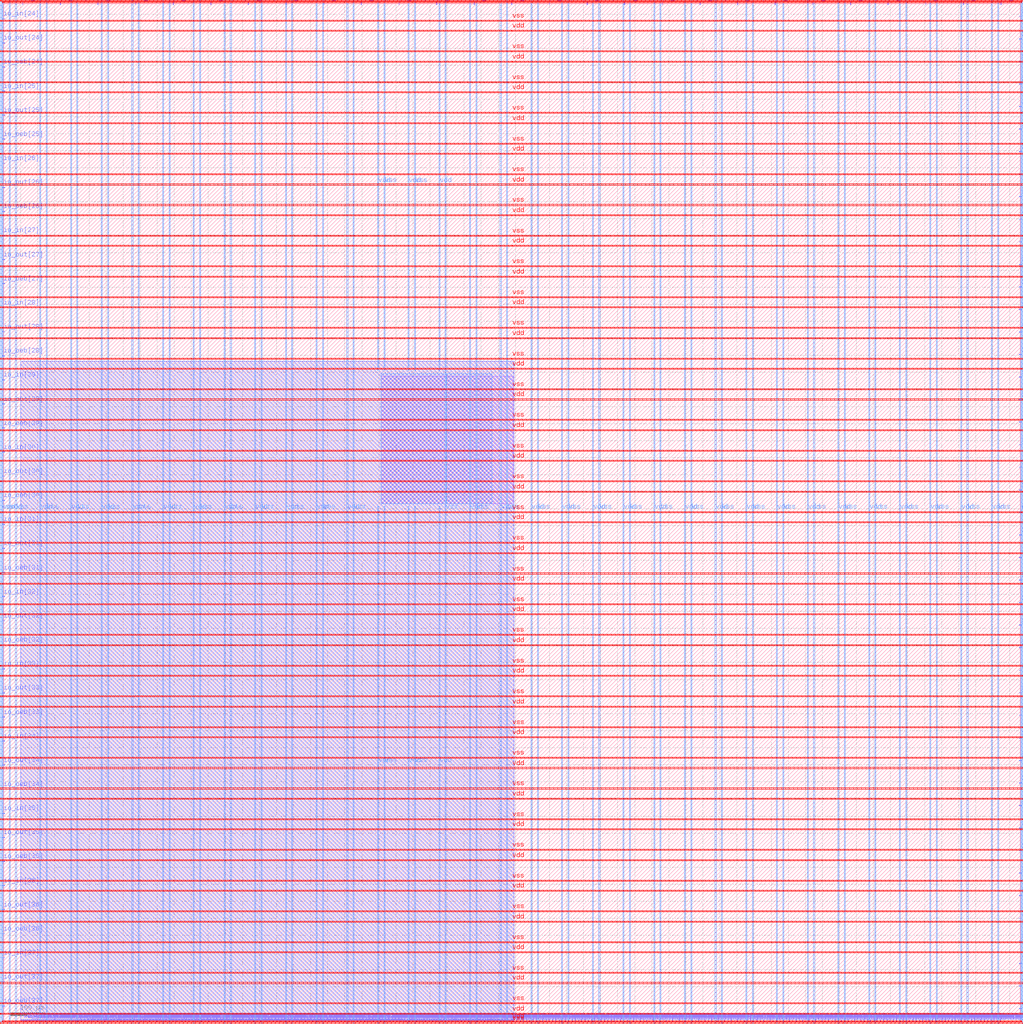
<source format=lef>
VERSION 5.7 ;
  NOWIREEXTENSIONATPIN ON ;
  DIVIDERCHAR "/" ;
  BUSBITCHARS "[]" ;
MACRO user_project_wrapper
  CLASS BLOCK ;
  FOREIGN user_project_wrapper ;
  ORIGIN 0.000 0.000 ;
  SIZE 2980.200 BY 2980.200 ;
  PIN io_in[0]
    DIRECTION INPUT ;
    USE SIGNAL ;
    PORT
      LAYER Metal3 ;
        RECT 2977.800 35.560 2985.000 36.680 ;
    END
  END io_in[0]
  PIN io_in[10]
    DIRECTION INPUT ;
    USE SIGNAL ;
    PORT
      LAYER Metal3 ;
        RECT 2977.800 2017.960 2985.000 2019.080 ;
    END
  END io_in[10]
  PIN io_in[11]
    DIRECTION INPUT ;
    USE SIGNAL ;
    PORT
      LAYER Metal3 ;
        RECT 2977.800 2216.200 2985.000 2217.320 ;
    END
  END io_in[11]
  PIN io_in[12]
    DIRECTION INPUT ;
    USE SIGNAL ;
    PORT
      LAYER Metal3 ;
        RECT 2977.800 2414.440 2985.000 2415.560 ;
    END
  END io_in[12]
  PIN io_in[13]
    DIRECTION INPUT ;
    USE SIGNAL ;
    PORT
      LAYER Metal3 ;
        RECT 2977.800 2612.680 2985.000 2613.800 ;
    END
  END io_in[13]
  PIN io_in[14]
    DIRECTION INPUT ;
    USE SIGNAL ;
    PORT
      LAYER Metal3 ;
        RECT 2977.800 2810.920 2985.000 2812.040 ;
    END
  END io_in[14]
  PIN io_in[15]
    DIRECTION INPUT ;
    USE SIGNAL ;
    PORT
      LAYER Metal2 ;
        RECT 2923.480 2977.800 2924.600 2985.000 ;
    END
  END io_in[15]
  PIN io_in[16]
    DIRECTION INPUT ;
    USE SIGNAL ;
    PORT
      LAYER Metal2 ;
        RECT 2592.520 2977.800 2593.640 2985.000 ;
    END
  END io_in[16]
  PIN io_in[17]
    DIRECTION INPUT ;
    USE SIGNAL ;
    PORT
      LAYER Metal2 ;
        RECT 2261.560 2977.800 2262.680 2985.000 ;
    END
  END io_in[17]
  PIN io_in[18]
    DIRECTION INPUT ;
    USE SIGNAL ;
    PORT
      LAYER Metal2 ;
        RECT 1930.600 2977.800 1931.720 2985.000 ;
    END
  END io_in[18]
  PIN io_in[19]
    DIRECTION INPUT ;
    USE SIGNAL ;
    PORT
      LAYER Metal2 ;
        RECT 1599.640 2977.800 1600.760 2985.000 ;
    END
  END io_in[19]
  PIN io_in[1]
    DIRECTION INPUT ;
    USE SIGNAL ;
    PORT
      LAYER Metal3 ;
        RECT 2977.800 233.800 2985.000 234.920 ;
    END
  END io_in[1]
  PIN io_in[20]
    DIRECTION INPUT ;
    USE SIGNAL ;
    PORT
      LAYER Metal2 ;
        RECT 1268.680 2977.800 1269.800 2985.000 ;
    END
  END io_in[20]
  PIN io_in[21]
    DIRECTION INPUT ;
    USE SIGNAL ;
    PORT
      LAYER Metal2 ;
        RECT 937.720 2977.800 938.840 2985.000 ;
    END
  END io_in[21]
  PIN io_in[22]
    DIRECTION INPUT ;
    USE SIGNAL ;
    PORT
      LAYER Metal2 ;
        RECT 606.760 2977.800 607.880 2985.000 ;
    END
  END io_in[22]
  PIN io_in[23]
    DIRECTION INPUT ;
    USE SIGNAL ;
    PORT
      LAYER Metal2 ;
        RECT 275.800 2977.800 276.920 2985.000 ;
    END
  END io_in[23]
  PIN io_in[24]
    DIRECTION INPUT ;
    USE SIGNAL ;
    PORT
      LAYER Metal3 ;
        RECT -4.800 2935.800 2.400 2936.920 ;
    END
  END io_in[24]
  PIN io_in[25]
    DIRECTION INPUT ;
    USE SIGNAL ;
    PORT
      LAYER Metal3 ;
        RECT -4.800 2724.120 2.400 2725.240 ;
    END
  END io_in[25]
  PIN io_in[26]
    DIRECTION INPUT ;
    USE SIGNAL ;
    PORT
      LAYER Metal3 ;
        RECT -4.800 2512.440 2.400 2513.560 ;
    END
  END io_in[26]
  PIN io_in[27]
    DIRECTION INPUT ;
    USE SIGNAL ;
    PORT
      LAYER Metal3 ;
        RECT -4.800 2300.760 2.400 2301.880 ;
    END
  END io_in[27]
  PIN io_in[28]
    DIRECTION INPUT ;
    USE SIGNAL ;
    PORT
      LAYER Metal3 ;
        RECT -4.800 2089.080 2.400 2090.200 ;
    END
  END io_in[28]
  PIN io_in[29]
    DIRECTION INPUT ;
    USE SIGNAL ;
    PORT
      LAYER Metal3 ;
        RECT -4.800 1877.400 2.400 1878.520 ;
    END
  END io_in[29]
  PIN io_in[2]
    DIRECTION INPUT ;
    USE SIGNAL ;
    PORT
      LAYER Metal3 ;
        RECT 2977.800 432.040 2985.000 433.160 ;
    END
  END io_in[2]
  PIN io_in[30]
    DIRECTION INPUT ;
    USE SIGNAL ;
    PORT
      LAYER Metal3 ;
        RECT -4.800 1665.720 2.400 1666.840 ;
    END
  END io_in[30]
  PIN io_in[31]
    DIRECTION INPUT ;
    USE SIGNAL ;
    PORT
      LAYER Metal3 ;
        RECT -4.800 1454.040 2.400 1455.160 ;
    END
  END io_in[31]
  PIN io_in[32]
    DIRECTION INPUT ;
    USE SIGNAL ;
    PORT
      LAYER Metal3 ;
        RECT -4.800 1242.360 2.400 1243.480 ;
    END
  END io_in[32]
  PIN io_in[33]
    DIRECTION INPUT ;
    USE SIGNAL ;
    PORT
      LAYER Metal3 ;
        RECT -4.800 1030.680 2.400 1031.800 ;
    END
  END io_in[33]
  PIN io_in[34]
    DIRECTION INPUT ;
    USE SIGNAL ;
    PORT
      LAYER Metal3 ;
        RECT -4.800 819.000 2.400 820.120 ;
    END
  END io_in[34]
  PIN io_in[35]
    DIRECTION INPUT ;
    USE SIGNAL ;
    PORT
      LAYER Metal3 ;
        RECT -4.800 607.320 2.400 608.440 ;
    END
  END io_in[35]
  PIN io_in[36]
    DIRECTION INPUT ;
    USE SIGNAL ;
    PORT
      LAYER Metal3 ;
        RECT -4.800 395.640 2.400 396.760 ;
    END
  END io_in[36]
  PIN io_in[37]
    DIRECTION INPUT ;
    USE SIGNAL ;
    PORT
      LAYER Metal3 ;
        RECT -4.800 183.960 2.400 185.080 ;
    END
  END io_in[37]
  PIN io_in[3]
    DIRECTION INPUT ;
    USE SIGNAL ;
    PORT
      LAYER Metal3 ;
        RECT 2977.800 630.280 2985.000 631.400 ;
    END
  END io_in[3]
  PIN io_in[4]
    DIRECTION INPUT ;
    USE SIGNAL ;
    PORT
      LAYER Metal3 ;
        RECT 2977.800 828.520 2985.000 829.640 ;
    END
  END io_in[4]
  PIN io_in[5]
    DIRECTION INPUT ;
    USE SIGNAL ;
    PORT
      LAYER Metal3 ;
        RECT 2977.800 1026.760 2985.000 1027.880 ;
    END
  END io_in[5]
  PIN io_in[6]
    DIRECTION INPUT ;
    USE SIGNAL ;
    PORT
      LAYER Metal3 ;
        RECT 2977.800 1225.000 2985.000 1226.120 ;
    END
  END io_in[6]
  PIN io_in[7]
    DIRECTION INPUT ;
    USE SIGNAL ;
    PORT
      LAYER Metal3 ;
        RECT 2977.800 1423.240 2985.000 1424.360 ;
    END
  END io_in[7]
  PIN io_in[8]
    DIRECTION INPUT ;
    USE SIGNAL ;
    PORT
      LAYER Metal3 ;
        RECT 2977.800 1621.480 2985.000 1622.600 ;
    END
  END io_in[8]
  PIN io_in[9]
    DIRECTION INPUT ;
    USE SIGNAL ;
    PORT
      LAYER Metal3 ;
        RECT 2977.800 1819.720 2985.000 1820.840 ;
    END
  END io_in[9]
  PIN io_oeb[0]
    DIRECTION OUTPUT TRISTATE ;
    USE SIGNAL ;
    PORT
      LAYER Metal3 ;
        RECT 2977.800 167.720 2985.000 168.840 ;
    END
  END io_oeb[0]
  PIN io_oeb[10]
    DIRECTION OUTPUT TRISTATE ;
    USE SIGNAL ;
    PORT
      LAYER Metal3 ;
        RECT 2977.800 2150.120 2985.000 2151.240 ;
    END
  END io_oeb[10]
  PIN io_oeb[11]
    DIRECTION OUTPUT TRISTATE ;
    USE SIGNAL ;
    PORT
      LAYER Metal3 ;
        RECT 2977.800 2348.360 2985.000 2349.480 ;
    END
  END io_oeb[11]
  PIN io_oeb[12]
    DIRECTION OUTPUT TRISTATE ;
    USE SIGNAL ;
    PORT
      LAYER Metal3 ;
        RECT 2977.800 2546.600 2985.000 2547.720 ;
    END
  END io_oeb[12]
  PIN io_oeb[13]
    DIRECTION OUTPUT TRISTATE ;
    USE SIGNAL ;
    PORT
      LAYER Metal3 ;
        RECT 2977.800 2744.840 2985.000 2745.960 ;
    END
  END io_oeb[13]
  PIN io_oeb[14]
    DIRECTION OUTPUT TRISTATE ;
    USE SIGNAL ;
    PORT
      LAYER Metal3 ;
        RECT 2977.800 2943.080 2985.000 2944.200 ;
    END
  END io_oeb[14]
  PIN io_oeb[15]
    DIRECTION OUTPUT TRISTATE ;
    USE SIGNAL ;
    PORT
      LAYER Metal2 ;
        RECT 2702.840 2977.800 2703.960 2985.000 ;
    END
  END io_oeb[15]
  PIN io_oeb[16]
    DIRECTION OUTPUT TRISTATE ;
    USE SIGNAL ;
    PORT
      LAYER Metal2 ;
        RECT 2371.880 2977.800 2373.000 2985.000 ;
    END
  END io_oeb[16]
  PIN io_oeb[17]
    DIRECTION OUTPUT TRISTATE ;
    USE SIGNAL ;
    PORT
      LAYER Metal2 ;
        RECT 2040.920 2977.800 2042.040 2985.000 ;
    END
  END io_oeb[17]
  PIN io_oeb[18]
    DIRECTION OUTPUT TRISTATE ;
    USE SIGNAL ;
    PORT
      LAYER Metal2 ;
        RECT 1709.960 2977.800 1711.080 2985.000 ;
    END
  END io_oeb[18]
  PIN io_oeb[19]
    DIRECTION OUTPUT TRISTATE ;
    USE SIGNAL ;
    PORT
      LAYER Metal2 ;
        RECT 1379.000 2977.800 1380.120 2985.000 ;
    END
  END io_oeb[19]
  PIN io_oeb[1]
    DIRECTION OUTPUT TRISTATE ;
    USE SIGNAL ;
    PORT
      LAYER Metal3 ;
        RECT 2977.800 365.960 2985.000 367.080 ;
    END
  END io_oeb[1]
  PIN io_oeb[20]
    DIRECTION OUTPUT TRISTATE ;
    USE SIGNAL ;
    PORT
      LAYER Metal2 ;
        RECT 1048.040 2977.800 1049.160 2985.000 ;
    END
  END io_oeb[20]
  PIN io_oeb[21]
    DIRECTION OUTPUT TRISTATE ;
    USE SIGNAL ;
    PORT
      LAYER Metal2 ;
        RECT 717.080 2977.800 718.200 2985.000 ;
    END
  END io_oeb[21]
  PIN io_oeb[22]
    DIRECTION OUTPUT TRISTATE ;
    USE SIGNAL ;
    PORT
      LAYER Metal2 ;
        RECT 386.120 2977.800 387.240 2985.000 ;
    END
  END io_oeb[22]
  PIN io_oeb[23]
    DIRECTION OUTPUT TRISTATE ;
    USE SIGNAL ;
    PORT
      LAYER Metal2 ;
        RECT 55.160 2977.800 56.280 2985.000 ;
    END
  END io_oeb[23]
  PIN io_oeb[24]
    DIRECTION OUTPUT TRISTATE ;
    USE SIGNAL ;
    PORT
      LAYER Metal3 ;
        RECT -4.800 2794.680 2.400 2795.800 ;
    END
  END io_oeb[24]
  PIN io_oeb[25]
    DIRECTION OUTPUT TRISTATE ;
    USE SIGNAL ;
    PORT
      LAYER Metal3 ;
        RECT -4.800 2583.000 2.400 2584.120 ;
    END
  END io_oeb[25]
  PIN io_oeb[26]
    DIRECTION OUTPUT TRISTATE ;
    USE SIGNAL ;
    PORT
      LAYER Metal3 ;
        RECT -4.800 2371.320 2.400 2372.440 ;
    END
  END io_oeb[26]
  PIN io_oeb[27]
    DIRECTION OUTPUT TRISTATE ;
    USE SIGNAL ;
    PORT
      LAYER Metal3 ;
        RECT -4.800 2159.640 2.400 2160.760 ;
    END
  END io_oeb[27]
  PIN io_oeb[28]
    DIRECTION OUTPUT TRISTATE ;
    USE SIGNAL ;
    PORT
      LAYER Metal3 ;
        RECT -4.800 1947.960 2.400 1949.080 ;
    END
  END io_oeb[28]
  PIN io_oeb[29]
    DIRECTION OUTPUT TRISTATE ;
    USE SIGNAL ;
    PORT
      LAYER Metal3 ;
        RECT -4.800 1736.280 2.400 1737.400 ;
    END
  END io_oeb[29]
  PIN io_oeb[2]
    DIRECTION OUTPUT TRISTATE ;
    USE SIGNAL ;
    PORT
      LAYER Metal3 ;
        RECT 2977.800 564.200 2985.000 565.320 ;
    END
  END io_oeb[2]
  PIN io_oeb[30]
    DIRECTION OUTPUT TRISTATE ;
    USE SIGNAL ;
    PORT
      LAYER Metal3 ;
        RECT -4.800 1524.600 2.400 1525.720 ;
    END
  END io_oeb[30]
  PIN io_oeb[31]
    DIRECTION OUTPUT TRISTATE ;
    USE SIGNAL ;
    PORT
      LAYER Metal3 ;
        RECT -4.800 1312.920 2.400 1314.040 ;
    END
  END io_oeb[31]
  PIN io_oeb[32]
    DIRECTION OUTPUT TRISTATE ;
    USE SIGNAL ;
    PORT
      LAYER Metal3 ;
        RECT -4.800 1101.240 2.400 1102.360 ;
    END
  END io_oeb[32]
  PIN io_oeb[33]
    DIRECTION OUTPUT TRISTATE ;
    USE SIGNAL ;
    PORT
      LAYER Metal3 ;
        RECT -4.800 889.560 2.400 890.680 ;
    END
  END io_oeb[33]
  PIN io_oeb[34]
    DIRECTION OUTPUT TRISTATE ;
    USE SIGNAL ;
    PORT
      LAYER Metal3 ;
        RECT -4.800 677.880 2.400 679.000 ;
    END
  END io_oeb[34]
  PIN io_oeb[35]
    DIRECTION OUTPUT TRISTATE ;
    USE SIGNAL ;
    PORT
      LAYER Metal3 ;
        RECT -4.800 466.200 2.400 467.320 ;
    END
  END io_oeb[35]
  PIN io_oeb[36]
    DIRECTION OUTPUT TRISTATE ;
    USE SIGNAL ;
    PORT
      LAYER Metal3 ;
        RECT -4.800 254.520 2.400 255.640 ;
    END
  END io_oeb[36]
  PIN io_oeb[37]
    DIRECTION OUTPUT TRISTATE ;
    USE SIGNAL ;
    PORT
      LAYER Metal3 ;
        RECT -4.800 42.840 2.400 43.960 ;
    END
  END io_oeb[37]
  PIN io_oeb[3]
    DIRECTION OUTPUT TRISTATE ;
    USE SIGNAL ;
    PORT
      LAYER Metal3 ;
        RECT 2977.800 762.440 2985.000 763.560 ;
    END
  END io_oeb[3]
  PIN io_oeb[4]
    DIRECTION OUTPUT TRISTATE ;
    USE SIGNAL ;
    PORT
      LAYER Metal3 ;
        RECT 2977.800 960.680 2985.000 961.800 ;
    END
  END io_oeb[4]
  PIN io_oeb[5]
    DIRECTION OUTPUT TRISTATE ;
    USE SIGNAL ;
    PORT
      LAYER Metal3 ;
        RECT 2977.800 1158.920 2985.000 1160.040 ;
    END
  END io_oeb[5]
  PIN io_oeb[6]
    DIRECTION OUTPUT TRISTATE ;
    USE SIGNAL ;
    PORT
      LAYER Metal3 ;
        RECT 2977.800 1357.160 2985.000 1358.280 ;
    END
  END io_oeb[6]
  PIN io_oeb[7]
    DIRECTION OUTPUT TRISTATE ;
    USE SIGNAL ;
    PORT
      LAYER Metal3 ;
        RECT 2977.800 1555.400 2985.000 1556.520 ;
    END
  END io_oeb[7]
  PIN io_oeb[8]
    DIRECTION OUTPUT TRISTATE ;
    USE SIGNAL ;
    PORT
      LAYER Metal3 ;
        RECT 2977.800 1753.640 2985.000 1754.760 ;
    END
  END io_oeb[8]
  PIN io_oeb[9]
    DIRECTION OUTPUT TRISTATE ;
    USE SIGNAL ;
    PORT
      LAYER Metal3 ;
        RECT 2977.800 1951.880 2985.000 1953.000 ;
    END
  END io_oeb[9]
  PIN io_out[0]
    DIRECTION OUTPUT TRISTATE ;
    USE SIGNAL ;
    PORT
      LAYER Metal3 ;
        RECT 2977.800 101.640 2985.000 102.760 ;
    END
  END io_out[0]
  PIN io_out[10]
    DIRECTION OUTPUT TRISTATE ;
    USE SIGNAL ;
    PORT
      LAYER Metal3 ;
        RECT 2977.800 2084.040 2985.000 2085.160 ;
    END
  END io_out[10]
  PIN io_out[11]
    DIRECTION OUTPUT TRISTATE ;
    USE SIGNAL ;
    PORT
      LAYER Metal3 ;
        RECT 2977.800 2282.280 2985.000 2283.400 ;
    END
  END io_out[11]
  PIN io_out[12]
    DIRECTION OUTPUT TRISTATE ;
    USE SIGNAL ;
    PORT
      LAYER Metal3 ;
        RECT 2977.800 2480.520 2985.000 2481.640 ;
    END
  END io_out[12]
  PIN io_out[13]
    DIRECTION OUTPUT TRISTATE ;
    USE SIGNAL ;
    PORT
      LAYER Metal3 ;
        RECT 2977.800 2678.760 2985.000 2679.880 ;
    END
  END io_out[13]
  PIN io_out[14]
    DIRECTION OUTPUT TRISTATE ;
    USE SIGNAL ;
    PORT
      LAYER Metal3 ;
        RECT 2977.800 2877.000 2985.000 2878.120 ;
    END
  END io_out[14]
  PIN io_out[15]
    DIRECTION OUTPUT TRISTATE ;
    USE SIGNAL ;
    PORT
      LAYER Metal2 ;
        RECT 2813.160 2977.800 2814.280 2985.000 ;
    END
  END io_out[15]
  PIN io_out[16]
    DIRECTION OUTPUT TRISTATE ;
    USE SIGNAL ;
    PORT
      LAYER Metal2 ;
        RECT 2482.200 2977.800 2483.320 2985.000 ;
    END
  END io_out[16]
  PIN io_out[17]
    DIRECTION OUTPUT TRISTATE ;
    USE SIGNAL ;
    PORT
      LAYER Metal2 ;
        RECT 2151.240 2977.800 2152.360 2985.000 ;
    END
  END io_out[17]
  PIN io_out[18]
    DIRECTION OUTPUT TRISTATE ;
    USE SIGNAL ;
    PORT
      LAYER Metal2 ;
        RECT 1820.280 2977.800 1821.400 2985.000 ;
    END
  END io_out[18]
  PIN io_out[19]
    DIRECTION OUTPUT TRISTATE ;
    USE SIGNAL ;
    PORT
      LAYER Metal2 ;
        RECT 1489.320 2977.800 1490.440 2985.000 ;
    END
  END io_out[19]
  PIN io_out[1]
    DIRECTION OUTPUT TRISTATE ;
    USE SIGNAL ;
    PORT
      LAYER Metal3 ;
        RECT 2977.800 299.880 2985.000 301.000 ;
    END
  END io_out[1]
  PIN io_out[20]
    DIRECTION OUTPUT TRISTATE ;
    USE SIGNAL ;
    PORT
      LAYER Metal2 ;
        RECT 1158.360 2977.800 1159.480 2985.000 ;
    END
  END io_out[20]
  PIN io_out[21]
    DIRECTION OUTPUT TRISTATE ;
    USE SIGNAL ;
    PORT
      LAYER Metal2 ;
        RECT 827.400 2977.800 828.520 2985.000 ;
    END
  END io_out[21]
  PIN io_out[22]
    DIRECTION OUTPUT TRISTATE ;
    USE SIGNAL ;
    PORT
      LAYER Metal2 ;
        RECT 496.440 2977.800 497.560 2985.000 ;
    END
  END io_out[22]
  PIN io_out[23]
    DIRECTION OUTPUT TRISTATE ;
    USE SIGNAL ;
    PORT
      LAYER Metal2 ;
        RECT 165.480 2977.800 166.600 2985.000 ;
    END
  END io_out[23]
  PIN io_out[24]
    DIRECTION OUTPUT TRISTATE ;
    USE SIGNAL ;
    PORT
      LAYER Metal3 ;
        RECT -4.800 2865.240 2.400 2866.360 ;
    END
  END io_out[24]
  PIN io_out[25]
    DIRECTION OUTPUT TRISTATE ;
    USE SIGNAL ;
    PORT
      LAYER Metal3 ;
        RECT -4.800 2653.560 2.400 2654.680 ;
    END
  END io_out[25]
  PIN io_out[26]
    DIRECTION OUTPUT TRISTATE ;
    USE SIGNAL ;
    PORT
      LAYER Metal3 ;
        RECT -4.800 2441.880 2.400 2443.000 ;
    END
  END io_out[26]
  PIN io_out[27]
    DIRECTION OUTPUT TRISTATE ;
    USE SIGNAL ;
    PORT
      LAYER Metal3 ;
        RECT -4.800 2230.200 2.400 2231.320 ;
    END
  END io_out[27]
  PIN io_out[28]
    DIRECTION OUTPUT TRISTATE ;
    USE SIGNAL ;
    PORT
      LAYER Metal3 ;
        RECT -4.800 2018.520 2.400 2019.640 ;
    END
  END io_out[28]
  PIN io_out[29]
    DIRECTION OUTPUT TRISTATE ;
    USE SIGNAL ;
    PORT
      LAYER Metal3 ;
        RECT -4.800 1806.840 2.400 1807.960 ;
    END
  END io_out[29]
  PIN io_out[2]
    DIRECTION OUTPUT TRISTATE ;
    USE SIGNAL ;
    PORT
      LAYER Metal3 ;
        RECT 2977.800 498.120 2985.000 499.240 ;
    END
  END io_out[2]
  PIN io_out[30]
    DIRECTION OUTPUT TRISTATE ;
    USE SIGNAL ;
    PORT
      LAYER Metal3 ;
        RECT -4.800 1595.160 2.400 1596.280 ;
    END
  END io_out[30]
  PIN io_out[31]
    DIRECTION OUTPUT TRISTATE ;
    USE SIGNAL ;
    PORT
      LAYER Metal3 ;
        RECT -4.800 1383.480 2.400 1384.600 ;
    END
  END io_out[31]
  PIN io_out[32]
    DIRECTION OUTPUT TRISTATE ;
    USE SIGNAL ;
    PORT
      LAYER Metal3 ;
        RECT -4.800 1171.800 2.400 1172.920 ;
    END
  END io_out[32]
  PIN io_out[33]
    DIRECTION OUTPUT TRISTATE ;
    USE SIGNAL ;
    PORT
      LAYER Metal3 ;
        RECT -4.800 960.120 2.400 961.240 ;
    END
  END io_out[33]
  PIN io_out[34]
    DIRECTION OUTPUT TRISTATE ;
    USE SIGNAL ;
    PORT
      LAYER Metal3 ;
        RECT -4.800 748.440 2.400 749.560 ;
    END
  END io_out[34]
  PIN io_out[35]
    DIRECTION OUTPUT TRISTATE ;
    USE SIGNAL ;
    PORT
      LAYER Metal3 ;
        RECT -4.800 536.760 2.400 537.880 ;
    END
  END io_out[35]
  PIN io_out[36]
    DIRECTION OUTPUT TRISTATE ;
    USE SIGNAL ;
    PORT
      LAYER Metal3 ;
        RECT -4.800 325.080 2.400 326.200 ;
    END
  END io_out[36]
  PIN io_out[37]
    DIRECTION OUTPUT TRISTATE ;
    USE SIGNAL ;
    PORT
      LAYER Metal3 ;
        RECT -4.800 113.400 2.400 114.520 ;
    END
  END io_out[37]
  PIN io_out[3]
    DIRECTION OUTPUT TRISTATE ;
    USE SIGNAL ;
    PORT
      LAYER Metal3 ;
        RECT 2977.800 696.360 2985.000 697.480 ;
    END
  END io_out[3]
  PIN io_out[4]
    DIRECTION OUTPUT TRISTATE ;
    USE SIGNAL ;
    PORT
      LAYER Metal3 ;
        RECT 2977.800 894.600 2985.000 895.720 ;
    END
  END io_out[4]
  PIN io_out[5]
    DIRECTION OUTPUT TRISTATE ;
    USE SIGNAL ;
    PORT
      LAYER Metal3 ;
        RECT 2977.800 1092.840 2985.000 1093.960 ;
    END
  END io_out[5]
  PIN io_out[6]
    DIRECTION OUTPUT TRISTATE ;
    USE SIGNAL ;
    PORT
      LAYER Metal3 ;
        RECT 2977.800 1291.080 2985.000 1292.200 ;
    END
  END io_out[6]
  PIN io_out[7]
    DIRECTION OUTPUT TRISTATE ;
    USE SIGNAL ;
    PORT
      LAYER Metal3 ;
        RECT 2977.800 1489.320 2985.000 1490.440 ;
    END
  END io_out[7]
  PIN io_out[8]
    DIRECTION OUTPUT TRISTATE ;
    USE SIGNAL ;
    PORT
      LAYER Metal3 ;
        RECT 2977.800 1687.560 2985.000 1688.680 ;
    END
  END io_out[8]
  PIN io_out[9]
    DIRECTION OUTPUT TRISTATE ;
    USE SIGNAL ;
    PORT
      LAYER Metal3 ;
        RECT 2977.800 1885.800 2985.000 1886.920 ;
    END
  END io_out[9]
  PIN la_data_in[0]
    DIRECTION INPUT ;
    USE SIGNAL ;
    PORT
      LAYER Metal2 ;
        RECT 1065.960 -4.800 1067.080 2.400 ;
    END
  END la_data_in[0]
  PIN la_data_in[10]
    DIRECTION INPUT ;
    USE SIGNAL ;
    PORT
      LAYER Metal2 ;
        RECT 1351.560 -4.800 1352.680 2.400 ;
    END
  END la_data_in[10]
  PIN la_data_in[11]
    DIRECTION INPUT ;
    USE SIGNAL ;
    PORT
      LAYER Metal2 ;
        RECT 1380.120 -4.800 1381.240 2.400 ;
    END
  END la_data_in[11]
  PIN la_data_in[12]
    DIRECTION INPUT ;
    USE SIGNAL ;
    PORT
      LAYER Metal2 ;
        RECT 1408.680 -4.800 1409.800 2.400 ;
    END
  END la_data_in[12]
  PIN la_data_in[13]
    DIRECTION INPUT ;
    USE SIGNAL ;
    PORT
      LAYER Metal2 ;
        RECT 1437.240 -4.800 1438.360 2.400 ;
    END
  END la_data_in[13]
  PIN la_data_in[14]
    DIRECTION INPUT ;
    USE SIGNAL ;
    PORT
      LAYER Metal2 ;
        RECT 1465.800 -4.800 1466.920 2.400 ;
    END
  END la_data_in[14]
  PIN la_data_in[15]
    DIRECTION INPUT ;
    USE SIGNAL ;
    PORT
      LAYER Metal2 ;
        RECT 1494.360 -4.800 1495.480 2.400 ;
    END
  END la_data_in[15]
  PIN la_data_in[16]
    DIRECTION INPUT ;
    USE SIGNAL ;
    PORT
      LAYER Metal2 ;
        RECT 1522.920 -4.800 1524.040 2.400 ;
    END
  END la_data_in[16]
  PIN la_data_in[17]
    DIRECTION INPUT ;
    USE SIGNAL ;
    PORT
      LAYER Metal2 ;
        RECT 1551.480 -4.800 1552.600 2.400 ;
    END
  END la_data_in[17]
  PIN la_data_in[18]
    DIRECTION INPUT ;
    USE SIGNAL ;
    PORT
      LAYER Metal2 ;
        RECT 1580.040 -4.800 1581.160 2.400 ;
    END
  END la_data_in[18]
  PIN la_data_in[19]
    DIRECTION INPUT ;
    USE SIGNAL ;
    PORT
      LAYER Metal2 ;
        RECT 1608.600 -4.800 1609.720 2.400 ;
    END
  END la_data_in[19]
  PIN la_data_in[1]
    DIRECTION INPUT ;
    USE SIGNAL ;
    PORT
      LAYER Metal2 ;
        RECT 1094.520 -4.800 1095.640 2.400 ;
    END
  END la_data_in[1]
  PIN la_data_in[20]
    DIRECTION INPUT ;
    USE SIGNAL ;
    PORT
      LAYER Metal2 ;
        RECT 1637.160 -4.800 1638.280 2.400 ;
    END
  END la_data_in[20]
  PIN la_data_in[21]
    DIRECTION INPUT ;
    USE SIGNAL ;
    PORT
      LAYER Metal2 ;
        RECT 1665.720 -4.800 1666.840 2.400 ;
    END
  END la_data_in[21]
  PIN la_data_in[22]
    DIRECTION INPUT ;
    USE SIGNAL ;
    PORT
      LAYER Metal2 ;
        RECT 1694.280 -4.800 1695.400 2.400 ;
    END
  END la_data_in[22]
  PIN la_data_in[23]
    DIRECTION INPUT ;
    USE SIGNAL ;
    PORT
      LAYER Metal2 ;
        RECT 1722.840 -4.800 1723.960 2.400 ;
    END
  END la_data_in[23]
  PIN la_data_in[24]
    DIRECTION INPUT ;
    USE SIGNAL ;
    PORT
      LAYER Metal2 ;
        RECT 1751.400 -4.800 1752.520 2.400 ;
    END
  END la_data_in[24]
  PIN la_data_in[25]
    DIRECTION INPUT ;
    USE SIGNAL ;
    PORT
      LAYER Metal2 ;
        RECT 1779.960 -4.800 1781.080 2.400 ;
    END
  END la_data_in[25]
  PIN la_data_in[26]
    DIRECTION INPUT ;
    USE SIGNAL ;
    PORT
      LAYER Metal2 ;
        RECT 1808.520 -4.800 1809.640 2.400 ;
    END
  END la_data_in[26]
  PIN la_data_in[27]
    DIRECTION INPUT ;
    USE SIGNAL ;
    PORT
      LAYER Metal2 ;
        RECT 1837.080 -4.800 1838.200 2.400 ;
    END
  END la_data_in[27]
  PIN la_data_in[28]
    DIRECTION INPUT ;
    USE SIGNAL ;
    PORT
      LAYER Metal2 ;
        RECT 1865.640 -4.800 1866.760 2.400 ;
    END
  END la_data_in[28]
  PIN la_data_in[29]
    DIRECTION INPUT ;
    USE SIGNAL ;
    PORT
      LAYER Metal2 ;
        RECT 1894.200 -4.800 1895.320 2.400 ;
    END
  END la_data_in[29]
  PIN la_data_in[2]
    DIRECTION INPUT ;
    USE SIGNAL ;
    PORT
      LAYER Metal2 ;
        RECT 1123.080 -4.800 1124.200 2.400 ;
    END
  END la_data_in[2]
  PIN la_data_in[30]
    DIRECTION INPUT ;
    USE SIGNAL ;
    PORT
      LAYER Metal2 ;
        RECT 1922.760 -4.800 1923.880 2.400 ;
    END
  END la_data_in[30]
  PIN la_data_in[31]
    DIRECTION INPUT ;
    USE SIGNAL ;
    PORT
      LAYER Metal2 ;
        RECT 1951.320 -4.800 1952.440 2.400 ;
    END
  END la_data_in[31]
  PIN la_data_in[32]
    DIRECTION INPUT ;
    USE SIGNAL ;
    PORT
      LAYER Metal2 ;
        RECT 1979.880 -4.800 1981.000 2.400 ;
    END
  END la_data_in[32]
  PIN la_data_in[33]
    DIRECTION INPUT ;
    USE SIGNAL ;
    PORT
      LAYER Metal2 ;
        RECT 2008.440 -4.800 2009.560 2.400 ;
    END
  END la_data_in[33]
  PIN la_data_in[34]
    DIRECTION INPUT ;
    USE SIGNAL ;
    PORT
      LAYER Metal2 ;
        RECT 2037.000 -4.800 2038.120 2.400 ;
    END
  END la_data_in[34]
  PIN la_data_in[35]
    DIRECTION INPUT ;
    USE SIGNAL ;
    PORT
      LAYER Metal2 ;
        RECT 2065.560 -4.800 2066.680 2.400 ;
    END
  END la_data_in[35]
  PIN la_data_in[36]
    DIRECTION INPUT ;
    USE SIGNAL ;
    PORT
      LAYER Metal2 ;
        RECT 2094.120 -4.800 2095.240 2.400 ;
    END
  END la_data_in[36]
  PIN la_data_in[37]
    DIRECTION INPUT ;
    USE SIGNAL ;
    PORT
      LAYER Metal2 ;
        RECT 2122.680 -4.800 2123.800 2.400 ;
    END
  END la_data_in[37]
  PIN la_data_in[38]
    DIRECTION INPUT ;
    USE SIGNAL ;
    PORT
      LAYER Metal2 ;
        RECT 2151.240 -4.800 2152.360 2.400 ;
    END
  END la_data_in[38]
  PIN la_data_in[39]
    DIRECTION INPUT ;
    USE SIGNAL ;
    PORT
      LAYER Metal2 ;
        RECT 2179.800 -4.800 2180.920 2.400 ;
    END
  END la_data_in[39]
  PIN la_data_in[3]
    DIRECTION INPUT ;
    USE SIGNAL ;
    PORT
      LAYER Metal2 ;
        RECT 1151.640 -4.800 1152.760 2.400 ;
    END
  END la_data_in[3]
  PIN la_data_in[40]
    DIRECTION INPUT ;
    USE SIGNAL ;
    PORT
      LAYER Metal2 ;
        RECT 2208.360 -4.800 2209.480 2.400 ;
    END
  END la_data_in[40]
  PIN la_data_in[41]
    DIRECTION INPUT ;
    USE SIGNAL ;
    PORT
      LAYER Metal2 ;
        RECT 2236.920 -4.800 2238.040 2.400 ;
    END
  END la_data_in[41]
  PIN la_data_in[42]
    DIRECTION INPUT ;
    USE SIGNAL ;
    PORT
      LAYER Metal2 ;
        RECT 2265.480 -4.800 2266.600 2.400 ;
    END
  END la_data_in[42]
  PIN la_data_in[43]
    DIRECTION INPUT ;
    USE SIGNAL ;
    PORT
      LAYER Metal2 ;
        RECT 2294.040 -4.800 2295.160 2.400 ;
    END
  END la_data_in[43]
  PIN la_data_in[44]
    DIRECTION INPUT ;
    USE SIGNAL ;
    PORT
      LAYER Metal2 ;
        RECT 2322.600 -4.800 2323.720 2.400 ;
    END
  END la_data_in[44]
  PIN la_data_in[45]
    DIRECTION INPUT ;
    USE SIGNAL ;
    PORT
      LAYER Metal2 ;
        RECT 2351.160 -4.800 2352.280 2.400 ;
    END
  END la_data_in[45]
  PIN la_data_in[46]
    DIRECTION INPUT ;
    USE SIGNAL ;
    PORT
      LAYER Metal2 ;
        RECT 2379.720 -4.800 2380.840 2.400 ;
    END
  END la_data_in[46]
  PIN la_data_in[47]
    DIRECTION INPUT ;
    USE SIGNAL ;
    PORT
      LAYER Metal2 ;
        RECT 2408.280 -4.800 2409.400 2.400 ;
    END
  END la_data_in[47]
  PIN la_data_in[48]
    DIRECTION INPUT ;
    USE SIGNAL ;
    PORT
      LAYER Metal2 ;
        RECT 2436.840 -4.800 2437.960 2.400 ;
    END
  END la_data_in[48]
  PIN la_data_in[49]
    DIRECTION INPUT ;
    USE SIGNAL ;
    PORT
      LAYER Metal2 ;
        RECT 2465.400 -4.800 2466.520 2.400 ;
    END
  END la_data_in[49]
  PIN la_data_in[4]
    DIRECTION INPUT ;
    USE SIGNAL ;
    PORT
      LAYER Metal2 ;
        RECT 1180.200 -4.800 1181.320 2.400 ;
    END
  END la_data_in[4]
  PIN la_data_in[50]
    DIRECTION INPUT ;
    USE SIGNAL ;
    PORT
      LAYER Metal2 ;
        RECT 2493.960 -4.800 2495.080 2.400 ;
    END
  END la_data_in[50]
  PIN la_data_in[51]
    DIRECTION INPUT ;
    USE SIGNAL ;
    PORT
      LAYER Metal2 ;
        RECT 2522.520 -4.800 2523.640 2.400 ;
    END
  END la_data_in[51]
  PIN la_data_in[52]
    DIRECTION INPUT ;
    USE SIGNAL ;
    PORT
      LAYER Metal2 ;
        RECT 2551.080 -4.800 2552.200 2.400 ;
    END
  END la_data_in[52]
  PIN la_data_in[53]
    DIRECTION INPUT ;
    USE SIGNAL ;
    PORT
      LAYER Metal2 ;
        RECT 2579.640 -4.800 2580.760 2.400 ;
    END
  END la_data_in[53]
  PIN la_data_in[54]
    DIRECTION INPUT ;
    USE SIGNAL ;
    PORT
      LAYER Metal2 ;
        RECT 2608.200 -4.800 2609.320 2.400 ;
    END
  END la_data_in[54]
  PIN la_data_in[55]
    DIRECTION INPUT ;
    USE SIGNAL ;
    PORT
      LAYER Metal2 ;
        RECT 2636.760 -4.800 2637.880 2.400 ;
    END
  END la_data_in[55]
  PIN la_data_in[56]
    DIRECTION INPUT ;
    USE SIGNAL ;
    PORT
      LAYER Metal2 ;
        RECT 2665.320 -4.800 2666.440 2.400 ;
    END
  END la_data_in[56]
  PIN la_data_in[57]
    DIRECTION INPUT ;
    USE SIGNAL ;
    PORT
      LAYER Metal2 ;
        RECT 2693.880 -4.800 2695.000 2.400 ;
    END
  END la_data_in[57]
  PIN la_data_in[58]
    DIRECTION INPUT ;
    USE SIGNAL ;
    PORT
      LAYER Metal2 ;
        RECT 2722.440 -4.800 2723.560 2.400 ;
    END
  END la_data_in[58]
  PIN la_data_in[59]
    DIRECTION INPUT ;
    USE SIGNAL ;
    PORT
      LAYER Metal2 ;
        RECT 2751.000 -4.800 2752.120 2.400 ;
    END
  END la_data_in[59]
  PIN la_data_in[5]
    DIRECTION INPUT ;
    USE SIGNAL ;
    PORT
      LAYER Metal2 ;
        RECT 1208.760 -4.800 1209.880 2.400 ;
    END
  END la_data_in[5]
  PIN la_data_in[60]
    DIRECTION INPUT ;
    USE SIGNAL ;
    PORT
      LAYER Metal2 ;
        RECT 2779.560 -4.800 2780.680 2.400 ;
    END
  END la_data_in[60]
  PIN la_data_in[61]
    DIRECTION INPUT ;
    USE SIGNAL ;
    PORT
      LAYER Metal2 ;
        RECT 2808.120 -4.800 2809.240 2.400 ;
    END
  END la_data_in[61]
  PIN la_data_in[62]
    DIRECTION INPUT ;
    USE SIGNAL ;
    PORT
      LAYER Metal2 ;
        RECT 2836.680 -4.800 2837.800 2.400 ;
    END
  END la_data_in[62]
  PIN la_data_in[63]
    DIRECTION INPUT ;
    USE SIGNAL ;
    PORT
      LAYER Metal2 ;
        RECT 2865.240 -4.800 2866.360 2.400 ;
    END
  END la_data_in[63]
  PIN la_data_in[6]
    DIRECTION INPUT ;
    USE SIGNAL ;
    PORT
      LAYER Metal2 ;
        RECT 1237.320 -4.800 1238.440 2.400 ;
    END
  END la_data_in[6]
  PIN la_data_in[7]
    DIRECTION INPUT ;
    USE SIGNAL ;
    PORT
      LAYER Metal2 ;
        RECT 1265.880 -4.800 1267.000 2.400 ;
    END
  END la_data_in[7]
  PIN la_data_in[8]
    DIRECTION INPUT ;
    USE SIGNAL ;
    PORT
      LAYER Metal2 ;
        RECT 1294.440 -4.800 1295.560 2.400 ;
    END
  END la_data_in[8]
  PIN la_data_in[9]
    DIRECTION INPUT ;
    USE SIGNAL ;
    PORT
      LAYER Metal2 ;
        RECT 1323.000 -4.800 1324.120 2.400 ;
    END
  END la_data_in[9]
  PIN la_data_out[0]
    DIRECTION OUTPUT TRISTATE ;
    USE SIGNAL ;
    PORT
      LAYER Metal2 ;
        RECT 1075.480 -4.800 1076.600 2.400 ;
    END
  END la_data_out[0]
  PIN la_data_out[10]
    DIRECTION OUTPUT TRISTATE ;
    USE SIGNAL ;
    PORT
      LAYER Metal2 ;
        RECT 1361.080 -4.800 1362.200 2.400 ;
    END
  END la_data_out[10]
  PIN la_data_out[11]
    DIRECTION OUTPUT TRISTATE ;
    USE SIGNAL ;
    PORT
      LAYER Metal2 ;
        RECT 1389.640 -4.800 1390.760 2.400 ;
    END
  END la_data_out[11]
  PIN la_data_out[12]
    DIRECTION OUTPUT TRISTATE ;
    USE SIGNAL ;
    PORT
      LAYER Metal2 ;
        RECT 1418.200 -4.800 1419.320 2.400 ;
    END
  END la_data_out[12]
  PIN la_data_out[13]
    DIRECTION OUTPUT TRISTATE ;
    USE SIGNAL ;
    PORT
      LAYER Metal2 ;
        RECT 1446.760 -4.800 1447.880 2.400 ;
    END
  END la_data_out[13]
  PIN la_data_out[14]
    DIRECTION OUTPUT TRISTATE ;
    USE SIGNAL ;
    PORT
      LAYER Metal2 ;
        RECT 1475.320 -4.800 1476.440 2.400 ;
    END
  END la_data_out[14]
  PIN la_data_out[15]
    DIRECTION OUTPUT TRISTATE ;
    USE SIGNAL ;
    PORT
      LAYER Metal2 ;
        RECT 1503.880 -4.800 1505.000 2.400 ;
    END
  END la_data_out[15]
  PIN la_data_out[16]
    DIRECTION OUTPUT TRISTATE ;
    USE SIGNAL ;
    PORT
      LAYER Metal2 ;
        RECT 1532.440 -4.800 1533.560 2.400 ;
    END
  END la_data_out[16]
  PIN la_data_out[17]
    DIRECTION OUTPUT TRISTATE ;
    USE SIGNAL ;
    PORT
      LAYER Metal2 ;
        RECT 1561.000 -4.800 1562.120 2.400 ;
    END
  END la_data_out[17]
  PIN la_data_out[18]
    DIRECTION OUTPUT TRISTATE ;
    USE SIGNAL ;
    PORT
      LAYER Metal2 ;
        RECT 1589.560 -4.800 1590.680 2.400 ;
    END
  END la_data_out[18]
  PIN la_data_out[19]
    DIRECTION OUTPUT TRISTATE ;
    USE SIGNAL ;
    PORT
      LAYER Metal2 ;
        RECT 1618.120 -4.800 1619.240 2.400 ;
    END
  END la_data_out[19]
  PIN la_data_out[1]
    DIRECTION OUTPUT TRISTATE ;
    USE SIGNAL ;
    PORT
      LAYER Metal2 ;
        RECT 1104.040 -4.800 1105.160 2.400 ;
    END
  END la_data_out[1]
  PIN la_data_out[20]
    DIRECTION OUTPUT TRISTATE ;
    USE SIGNAL ;
    PORT
      LAYER Metal2 ;
        RECT 1646.680 -4.800 1647.800 2.400 ;
    END
  END la_data_out[20]
  PIN la_data_out[21]
    DIRECTION OUTPUT TRISTATE ;
    USE SIGNAL ;
    PORT
      LAYER Metal2 ;
        RECT 1675.240 -4.800 1676.360 2.400 ;
    END
  END la_data_out[21]
  PIN la_data_out[22]
    DIRECTION OUTPUT TRISTATE ;
    USE SIGNAL ;
    PORT
      LAYER Metal2 ;
        RECT 1703.800 -4.800 1704.920 2.400 ;
    END
  END la_data_out[22]
  PIN la_data_out[23]
    DIRECTION OUTPUT TRISTATE ;
    USE SIGNAL ;
    PORT
      LAYER Metal2 ;
        RECT 1732.360 -4.800 1733.480 2.400 ;
    END
  END la_data_out[23]
  PIN la_data_out[24]
    DIRECTION OUTPUT TRISTATE ;
    USE SIGNAL ;
    PORT
      LAYER Metal2 ;
        RECT 1760.920 -4.800 1762.040 2.400 ;
    END
  END la_data_out[24]
  PIN la_data_out[25]
    DIRECTION OUTPUT TRISTATE ;
    USE SIGNAL ;
    PORT
      LAYER Metal2 ;
        RECT 1789.480 -4.800 1790.600 2.400 ;
    END
  END la_data_out[25]
  PIN la_data_out[26]
    DIRECTION OUTPUT TRISTATE ;
    USE SIGNAL ;
    PORT
      LAYER Metal2 ;
        RECT 1818.040 -4.800 1819.160 2.400 ;
    END
  END la_data_out[26]
  PIN la_data_out[27]
    DIRECTION OUTPUT TRISTATE ;
    USE SIGNAL ;
    PORT
      LAYER Metal2 ;
        RECT 1846.600 -4.800 1847.720 2.400 ;
    END
  END la_data_out[27]
  PIN la_data_out[28]
    DIRECTION OUTPUT TRISTATE ;
    USE SIGNAL ;
    PORT
      LAYER Metal2 ;
        RECT 1875.160 -4.800 1876.280 2.400 ;
    END
  END la_data_out[28]
  PIN la_data_out[29]
    DIRECTION OUTPUT TRISTATE ;
    USE SIGNAL ;
    PORT
      LAYER Metal2 ;
        RECT 1903.720 -4.800 1904.840 2.400 ;
    END
  END la_data_out[29]
  PIN la_data_out[2]
    DIRECTION OUTPUT TRISTATE ;
    USE SIGNAL ;
    PORT
      LAYER Metal2 ;
        RECT 1132.600 -4.800 1133.720 2.400 ;
    END
  END la_data_out[2]
  PIN la_data_out[30]
    DIRECTION OUTPUT TRISTATE ;
    USE SIGNAL ;
    PORT
      LAYER Metal2 ;
        RECT 1932.280 -4.800 1933.400 2.400 ;
    END
  END la_data_out[30]
  PIN la_data_out[31]
    DIRECTION OUTPUT TRISTATE ;
    USE SIGNAL ;
    PORT
      LAYER Metal2 ;
        RECT 1960.840 -4.800 1961.960 2.400 ;
    END
  END la_data_out[31]
  PIN la_data_out[32]
    DIRECTION OUTPUT TRISTATE ;
    USE SIGNAL ;
    PORT
      LAYER Metal2 ;
        RECT 1989.400 -4.800 1990.520 2.400 ;
    END
  END la_data_out[32]
  PIN la_data_out[33]
    DIRECTION OUTPUT TRISTATE ;
    USE SIGNAL ;
    PORT
      LAYER Metal2 ;
        RECT 2017.960 -4.800 2019.080 2.400 ;
    END
  END la_data_out[33]
  PIN la_data_out[34]
    DIRECTION OUTPUT TRISTATE ;
    USE SIGNAL ;
    PORT
      LAYER Metal2 ;
        RECT 2046.520 -4.800 2047.640 2.400 ;
    END
  END la_data_out[34]
  PIN la_data_out[35]
    DIRECTION OUTPUT TRISTATE ;
    USE SIGNAL ;
    PORT
      LAYER Metal2 ;
        RECT 2075.080 -4.800 2076.200 2.400 ;
    END
  END la_data_out[35]
  PIN la_data_out[36]
    DIRECTION OUTPUT TRISTATE ;
    USE SIGNAL ;
    PORT
      LAYER Metal2 ;
        RECT 2103.640 -4.800 2104.760 2.400 ;
    END
  END la_data_out[36]
  PIN la_data_out[37]
    DIRECTION OUTPUT TRISTATE ;
    USE SIGNAL ;
    PORT
      LAYER Metal2 ;
        RECT 2132.200 -4.800 2133.320 2.400 ;
    END
  END la_data_out[37]
  PIN la_data_out[38]
    DIRECTION OUTPUT TRISTATE ;
    USE SIGNAL ;
    PORT
      LAYER Metal2 ;
        RECT 2160.760 -4.800 2161.880 2.400 ;
    END
  END la_data_out[38]
  PIN la_data_out[39]
    DIRECTION OUTPUT TRISTATE ;
    USE SIGNAL ;
    PORT
      LAYER Metal2 ;
        RECT 2189.320 -4.800 2190.440 2.400 ;
    END
  END la_data_out[39]
  PIN la_data_out[3]
    DIRECTION OUTPUT TRISTATE ;
    USE SIGNAL ;
    PORT
      LAYER Metal2 ;
        RECT 1161.160 -4.800 1162.280 2.400 ;
    END
  END la_data_out[3]
  PIN la_data_out[40]
    DIRECTION OUTPUT TRISTATE ;
    USE SIGNAL ;
    PORT
      LAYER Metal2 ;
        RECT 2217.880 -4.800 2219.000 2.400 ;
    END
  END la_data_out[40]
  PIN la_data_out[41]
    DIRECTION OUTPUT TRISTATE ;
    USE SIGNAL ;
    PORT
      LAYER Metal2 ;
        RECT 2246.440 -4.800 2247.560 2.400 ;
    END
  END la_data_out[41]
  PIN la_data_out[42]
    DIRECTION OUTPUT TRISTATE ;
    USE SIGNAL ;
    PORT
      LAYER Metal2 ;
        RECT 2275.000 -4.800 2276.120 2.400 ;
    END
  END la_data_out[42]
  PIN la_data_out[43]
    DIRECTION OUTPUT TRISTATE ;
    USE SIGNAL ;
    PORT
      LAYER Metal2 ;
        RECT 2303.560 -4.800 2304.680 2.400 ;
    END
  END la_data_out[43]
  PIN la_data_out[44]
    DIRECTION OUTPUT TRISTATE ;
    USE SIGNAL ;
    PORT
      LAYER Metal2 ;
        RECT 2332.120 -4.800 2333.240 2.400 ;
    END
  END la_data_out[44]
  PIN la_data_out[45]
    DIRECTION OUTPUT TRISTATE ;
    USE SIGNAL ;
    PORT
      LAYER Metal2 ;
        RECT 2360.680 -4.800 2361.800 2.400 ;
    END
  END la_data_out[45]
  PIN la_data_out[46]
    DIRECTION OUTPUT TRISTATE ;
    USE SIGNAL ;
    PORT
      LAYER Metal2 ;
        RECT 2389.240 -4.800 2390.360 2.400 ;
    END
  END la_data_out[46]
  PIN la_data_out[47]
    DIRECTION OUTPUT TRISTATE ;
    USE SIGNAL ;
    PORT
      LAYER Metal2 ;
        RECT 2417.800 -4.800 2418.920 2.400 ;
    END
  END la_data_out[47]
  PIN la_data_out[48]
    DIRECTION OUTPUT TRISTATE ;
    USE SIGNAL ;
    PORT
      LAYER Metal2 ;
        RECT 2446.360 -4.800 2447.480 2.400 ;
    END
  END la_data_out[48]
  PIN la_data_out[49]
    DIRECTION OUTPUT TRISTATE ;
    USE SIGNAL ;
    PORT
      LAYER Metal2 ;
        RECT 2474.920 -4.800 2476.040 2.400 ;
    END
  END la_data_out[49]
  PIN la_data_out[4]
    DIRECTION OUTPUT TRISTATE ;
    USE SIGNAL ;
    PORT
      LAYER Metal2 ;
        RECT 1189.720 -4.800 1190.840 2.400 ;
    END
  END la_data_out[4]
  PIN la_data_out[50]
    DIRECTION OUTPUT TRISTATE ;
    USE SIGNAL ;
    PORT
      LAYER Metal2 ;
        RECT 2503.480 -4.800 2504.600 2.400 ;
    END
  END la_data_out[50]
  PIN la_data_out[51]
    DIRECTION OUTPUT TRISTATE ;
    USE SIGNAL ;
    PORT
      LAYER Metal2 ;
        RECT 2532.040 -4.800 2533.160 2.400 ;
    END
  END la_data_out[51]
  PIN la_data_out[52]
    DIRECTION OUTPUT TRISTATE ;
    USE SIGNAL ;
    PORT
      LAYER Metal2 ;
        RECT 2560.600 -4.800 2561.720 2.400 ;
    END
  END la_data_out[52]
  PIN la_data_out[53]
    DIRECTION OUTPUT TRISTATE ;
    USE SIGNAL ;
    PORT
      LAYER Metal2 ;
        RECT 2589.160 -4.800 2590.280 2.400 ;
    END
  END la_data_out[53]
  PIN la_data_out[54]
    DIRECTION OUTPUT TRISTATE ;
    USE SIGNAL ;
    PORT
      LAYER Metal2 ;
        RECT 2617.720 -4.800 2618.840 2.400 ;
    END
  END la_data_out[54]
  PIN la_data_out[55]
    DIRECTION OUTPUT TRISTATE ;
    USE SIGNAL ;
    PORT
      LAYER Metal2 ;
        RECT 2646.280 -4.800 2647.400 2.400 ;
    END
  END la_data_out[55]
  PIN la_data_out[56]
    DIRECTION OUTPUT TRISTATE ;
    USE SIGNAL ;
    PORT
      LAYER Metal2 ;
        RECT 2674.840 -4.800 2675.960 2.400 ;
    END
  END la_data_out[56]
  PIN la_data_out[57]
    DIRECTION OUTPUT TRISTATE ;
    USE SIGNAL ;
    PORT
      LAYER Metal2 ;
        RECT 2703.400 -4.800 2704.520 2.400 ;
    END
  END la_data_out[57]
  PIN la_data_out[58]
    DIRECTION OUTPUT TRISTATE ;
    USE SIGNAL ;
    PORT
      LAYER Metal2 ;
        RECT 2731.960 -4.800 2733.080 2.400 ;
    END
  END la_data_out[58]
  PIN la_data_out[59]
    DIRECTION OUTPUT TRISTATE ;
    USE SIGNAL ;
    PORT
      LAYER Metal2 ;
        RECT 2760.520 -4.800 2761.640 2.400 ;
    END
  END la_data_out[59]
  PIN la_data_out[5]
    DIRECTION OUTPUT TRISTATE ;
    USE SIGNAL ;
    PORT
      LAYER Metal2 ;
        RECT 1218.280 -4.800 1219.400 2.400 ;
    END
  END la_data_out[5]
  PIN la_data_out[60]
    DIRECTION OUTPUT TRISTATE ;
    USE SIGNAL ;
    PORT
      LAYER Metal2 ;
        RECT 2789.080 -4.800 2790.200 2.400 ;
    END
  END la_data_out[60]
  PIN la_data_out[61]
    DIRECTION OUTPUT TRISTATE ;
    USE SIGNAL ;
    PORT
      LAYER Metal2 ;
        RECT 2817.640 -4.800 2818.760 2.400 ;
    END
  END la_data_out[61]
  PIN la_data_out[62]
    DIRECTION OUTPUT TRISTATE ;
    USE SIGNAL ;
    PORT
      LAYER Metal2 ;
        RECT 2846.200 -4.800 2847.320 2.400 ;
    END
  END la_data_out[62]
  PIN la_data_out[63]
    DIRECTION OUTPUT TRISTATE ;
    USE SIGNAL ;
    PORT
      LAYER Metal2 ;
        RECT 2874.760 -4.800 2875.880 2.400 ;
    END
  END la_data_out[63]
  PIN la_data_out[6]
    DIRECTION OUTPUT TRISTATE ;
    USE SIGNAL ;
    PORT
      LAYER Metal2 ;
        RECT 1246.840 -4.800 1247.960 2.400 ;
    END
  END la_data_out[6]
  PIN la_data_out[7]
    DIRECTION OUTPUT TRISTATE ;
    USE SIGNAL ;
    PORT
      LAYER Metal2 ;
        RECT 1275.400 -4.800 1276.520 2.400 ;
    END
  END la_data_out[7]
  PIN la_data_out[8]
    DIRECTION OUTPUT TRISTATE ;
    USE SIGNAL ;
    PORT
      LAYER Metal2 ;
        RECT 1303.960 -4.800 1305.080 2.400 ;
    END
  END la_data_out[8]
  PIN la_data_out[9]
    DIRECTION OUTPUT TRISTATE ;
    USE SIGNAL ;
    PORT
      LAYER Metal2 ;
        RECT 1332.520 -4.800 1333.640 2.400 ;
    END
  END la_data_out[9]
  PIN la_oenb[0]
    DIRECTION INPUT ;
    USE SIGNAL ;
    PORT
      LAYER Metal2 ;
        RECT 1085.000 -4.800 1086.120 2.400 ;
    END
  END la_oenb[0]
  PIN la_oenb[10]
    DIRECTION INPUT ;
    USE SIGNAL ;
    PORT
      LAYER Metal2 ;
        RECT 1370.600 -4.800 1371.720 2.400 ;
    END
  END la_oenb[10]
  PIN la_oenb[11]
    DIRECTION INPUT ;
    USE SIGNAL ;
    PORT
      LAYER Metal2 ;
        RECT 1399.160 -4.800 1400.280 2.400 ;
    END
  END la_oenb[11]
  PIN la_oenb[12]
    DIRECTION INPUT ;
    USE SIGNAL ;
    PORT
      LAYER Metal2 ;
        RECT 1427.720 -4.800 1428.840 2.400 ;
    END
  END la_oenb[12]
  PIN la_oenb[13]
    DIRECTION INPUT ;
    USE SIGNAL ;
    PORT
      LAYER Metal2 ;
        RECT 1456.280 -4.800 1457.400 2.400 ;
    END
  END la_oenb[13]
  PIN la_oenb[14]
    DIRECTION INPUT ;
    USE SIGNAL ;
    PORT
      LAYER Metal2 ;
        RECT 1484.840 -4.800 1485.960 2.400 ;
    END
  END la_oenb[14]
  PIN la_oenb[15]
    DIRECTION INPUT ;
    USE SIGNAL ;
    PORT
      LAYER Metal2 ;
        RECT 1513.400 -4.800 1514.520 2.400 ;
    END
  END la_oenb[15]
  PIN la_oenb[16]
    DIRECTION INPUT ;
    USE SIGNAL ;
    PORT
      LAYER Metal2 ;
        RECT 1541.960 -4.800 1543.080 2.400 ;
    END
  END la_oenb[16]
  PIN la_oenb[17]
    DIRECTION INPUT ;
    USE SIGNAL ;
    PORT
      LAYER Metal2 ;
        RECT 1570.520 -4.800 1571.640 2.400 ;
    END
  END la_oenb[17]
  PIN la_oenb[18]
    DIRECTION INPUT ;
    USE SIGNAL ;
    PORT
      LAYER Metal2 ;
        RECT 1599.080 -4.800 1600.200 2.400 ;
    END
  END la_oenb[18]
  PIN la_oenb[19]
    DIRECTION INPUT ;
    USE SIGNAL ;
    PORT
      LAYER Metal2 ;
        RECT 1627.640 -4.800 1628.760 2.400 ;
    END
  END la_oenb[19]
  PIN la_oenb[1]
    DIRECTION INPUT ;
    USE SIGNAL ;
    PORT
      LAYER Metal2 ;
        RECT 1113.560 -4.800 1114.680 2.400 ;
    END
  END la_oenb[1]
  PIN la_oenb[20]
    DIRECTION INPUT ;
    USE SIGNAL ;
    PORT
      LAYER Metal2 ;
        RECT 1656.200 -4.800 1657.320 2.400 ;
    END
  END la_oenb[20]
  PIN la_oenb[21]
    DIRECTION INPUT ;
    USE SIGNAL ;
    PORT
      LAYER Metal2 ;
        RECT 1684.760 -4.800 1685.880 2.400 ;
    END
  END la_oenb[21]
  PIN la_oenb[22]
    DIRECTION INPUT ;
    USE SIGNAL ;
    PORT
      LAYER Metal2 ;
        RECT 1713.320 -4.800 1714.440 2.400 ;
    END
  END la_oenb[22]
  PIN la_oenb[23]
    DIRECTION INPUT ;
    USE SIGNAL ;
    PORT
      LAYER Metal2 ;
        RECT 1741.880 -4.800 1743.000 2.400 ;
    END
  END la_oenb[23]
  PIN la_oenb[24]
    DIRECTION INPUT ;
    USE SIGNAL ;
    PORT
      LAYER Metal2 ;
        RECT 1770.440 -4.800 1771.560 2.400 ;
    END
  END la_oenb[24]
  PIN la_oenb[25]
    DIRECTION INPUT ;
    USE SIGNAL ;
    PORT
      LAYER Metal2 ;
        RECT 1799.000 -4.800 1800.120 2.400 ;
    END
  END la_oenb[25]
  PIN la_oenb[26]
    DIRECTION INPUT ;
    USE SIGNAL ;
    PORT
      LAYER Metal2 ;
        RECT 1827.560 -4.800 1828.680 2.400 ;
    END
  END la_oenb[26]
  PIN la_oenb[27]
    DIRECTION INPUT ;
    USE SIGNAL ;
    PORT
      LAYER Metal2 ;
        RECT 1856.120 -4.800 1857.240 2.400 ;
    END
  END la_oenb[27]
  PIN la_oenb[28]
    DIRECTION INPUT ;
    USE SIGNAL ;
    PORT
      LAYER Metal2 ;
        RECT 1884.680 -4.800 1885.800 2.400 ;
    END
  END la_oenb[28]
  PIN la_oenb[29]
    DIRECTION INPUT ;
    USE SIGNAL ;
    PORT
      LAYER Metal2 ;
        RECT 1913.240 -4.800 1914.360 2.400 ;
    END
  END la_oenb[29]
  PIN la_oenb[2]
    DIRECTION INPUT ;
    USE SIGNAL ;
    PORT
      LAYER Metal2 ;
        RECT 1142.120 -4.800 1143.240 2.400 ;
    END
  END la_oenb[2]
  PIN la_oenb[30]
    DIRECTION INPUT ;
    USE SIGNAL ;
    PORT
      LAYER Metal2 ;
        RECT 1941.800 -4.800 1942.920 2.400 ;
    END
  END la_oenb[30]
  PIN la_oenb[31]
    DIRECTION INPUT ;
    USE SIGNAL ;
    PORT
      LAYER Metal2 ;
        RECT 1970.360 -4.800 1971.480 2.400 ;
    END
  END la_oenb[31]
  PIN la_oenb[32]
    DIRECTION INPUT ;
    USE SIGNAL ;
    PORT
      LAYER Metal2 ;
        RECT 1998.920 -4.800 2000.040 2.400 ;
    END
  END la_oenb[32]
  PIN la_oenb[33]
    DIRECTION INPUT ;
    USE SIGNAL ;
    PORT
      LAYER Metal2 ;
        RECT 2027.480 -4.800 2028.600 2.400 ;
    END
  END la_oenb[33]
  PIN la_oenb[34]
    DIRECTION INPUT ;
    USE SIGNAL ;
    PORT
      LAYER Metal2 ;
        RECT 2056.040 -4.800 2057.160 2.400 ;
    END
  END la_oenb[34]
  PIN la_oenb[35]
    DIRECTION INPUT ;
    USE SIGNAL ;
    PORT
      LAYER Metal2 ;
        RECT 2084.600 -4.800 2085.720 2.400 ;
    END
  END la_oenb[35]
  PIN la_oenb[36]
    DIRECTION INPUT ;
    USE SIGNAL ;
    PORT
      LAYER Metal2 ;
        RECT 2113.160 -4.800 2114.280 2.400 ;
    END
  END la_oenb[36]
  PIN la_oenb[37]
    DIRECTION INPUT ;
    USE SIGNAL ;
    PORT
      LAYER Metal2 ;
        RECT 2141.720 -4.800 2142.840 2.400 ;
    END
  END la_oenb[37]
  PIN la_oenb[38]
    DIRECTION INPUT ;
    USE SIGNAL ;
    PORT
      LAYER Metal2 ;
        RECT 2170.280 -4.800 2171.400 2.400 ;
    END
  END la_oenb[38]
  PIN la_oenb[39]
    DIRECTION INPUT ;
    USE SIGNAL ;
    PORT
      LAYER Metal2 ;
        RECT 2198.840 -4.800 2199.960 2.400 ;
    END
  END la_oenb[39]
  PIN la_oenb[3]
    DIRECTION INPUT ;
    USE SIGNAL ;
    PORT
      LAYER Metal2 ;
        RECT 1170.680 -4.800 1171.800 2.400 ;
    END
  END la_oenb[3]
  PIN la_oenb[40]
    DIRECTION INPUT ;
    USE SIGNAL ;
    PORT
      LAYER Metal2 ;
        RECT 2227.400 -4.800 2228.520 2.400 ;
    END
  END la_oenb[40]
  PIN la_oenb[41]
    DIRECTION INPUT ;
    USE SIGNAL ;
    PORT
      LAYER Metal2 ;
        RECT 2255.960 -4.800 2257.080 2.400 ;
    END
  END la_oenb[41]
  PIN la_oenb[42]
    DIRECTION INPUT ;
    USE SIGNAL ;
    PORT
      LAYER Metal2 ;
        RECT 2284.520 -4.800 2285.640 2.400 ;
    END
  END la_oenb[42]
  PIN la_oenb[43]
    DIRECTION INPUT ;
    USE SIGNAL ;
    PORT
      LAYER Metal2 ;
        RECT 2313.080 -4.800 2314.200 2.400 ;
    END
  END la_oenb[43]
  PIN la_oenb[44]
    DIRECTION INPUT ;
    USE SIGNAL ;
    PORT
      LAYER Metal2 ;
        RECT 2341.640 -4.800 2342.760 2.400 ;
    END
  END la_oenb[44]
  PIN la_oenb[45]
    DIRECTION INPUT ;
    USE SIGNAL ;
    PORT
      LAYER Metal2 ;
        RECT 2370.200 -4.800 2371.320 2.400 ;
    END
  END la_oenb[45]
  PIN la_oenb[46]
    DIRECTION INPUT ;
    USE SIGNAL ;
    PORT
      LAYER Metal2 ;
        RECT 2398.760 -4.800 2399.880 2.400 ;
    END
  END la_oenb[46]
  PIN la_oenb[47]
    DIRECTION INPUT ;
    USE SIGNAL ;
    PORT
      LAYER Metal2 ;
        RECT 2427.320 -4.800 2428.440 2.400 ;
    END
  END la_oenb[47]
  PIN la_oenb[48]
    DIRECTION INPUT ;
    USE SIGNAL ;
    PORT
      LAYER Metal2 ;
        RECT 2455.880 -4.800 2457.000 2.400 ;
    END
  END la_oenb[48]
  PIN la_oenb[49]
    DIRECTION INPUT ;
    USE SIGNAL ;
    PORT
      LAYER Metal2 ;
        RECT 2484.440 -4.800 2485.560 2.400 ;
    END
  END la_oenb[49]
  PIN la_oenb[4]
    DIRECTION INPUT ;
    USE SIGNAL ;
    PORT
      LAYER Metal2 ;
        RECT 1199.240 -4.800 1200.360 2.400 ;
    END
  END la_oenb[4]
  PIN la_oenb[50]
    DIRECTION INPUT ;
    USE SIGNAL ;
    PORT
      LAYER Metal2 ;
        RECT 2513.000 -4.800 2514.120 2.400 ;
    END
  END la_oenb[50]
  PIN la_oenb[51]
    DIRECTION INPUT ;
    USE SIGNAL ;
    PORT
      LAYER Metal2 ;
        RECT 2541.560 -4.800 2542.680 2.400 ;
    END
  END la_oenb[51]
  PIN la_oenb[52]
    DIRECTION INPUT ;
    USE SIGNAL ;
    PORT
      LAYER Metal2 ;
        RECT 2570.120 -4.800 2571.240 2.400 ;
    END
  END la_oenb[52]
  PIN la_oenb[53]
    DIRECTION INPUT ;
    USE SIGNAL ;
    PORT
      LAYER Metal2 ;
        RECT 2598.680 -4.800 2599.800 2.400 ;
    END
  END la_oenb[53]
  PIN la_oenb[54]
    DIRECTION INPUT ;
    USE SIGNAL ;
    PORT
      LAYER Metal2 ;
        RECT 2627.240 -4.800 2628.360 2.400 ;
    END
  END la_oenb[54]
  PIN la_oenb[55]
    DIRECTION INPUT ;
    USE SIGNAL ;
    PORT
      LAYER Metal2 ;
        RECT 2655.800 -4.800 2656.920 2.400 ;
    END
  END la_oenb[55]
  PIN la_oenb[56]
    DIRECTION INPUT ;
    USE SIGNAL ;
    PORT
      LAYER Metal2 ;
        RECT 2684.360 -4.800 2685.480 2.400 ;
    END
  END la_oenb[56]
  PIN la_oenb[57]
    DIRECTION INPUT ;
    USE SIGNAL ;
    PORT
      LAYER Metal2 ;
        RECT 2712.920 -4.800 2714.040 2.400 ;
    END
  END la_oenb[57]
  PIN la_oenb[58]
    DIRECTION INPUT ;
    USE SIGNAL ;
    PORT
      LAYER Metal2 ;
        RECT 2741.480 -4.800 2742.600 2.400 ;
    END
  END la_oenb[58]
  PIN la_oenb[59]
    DIRECTION INPUT ;
    USE SIGNAL ;
    PORT
      LAYER Metal2 ;
        RECT 2770.040 -4.800 2771.160 2.400 ;
    END
  END la_oenb[59]
  PIN la_oenb[5]
    DIRECTION INPUT ;
    USE SIGNAL ;
    PORT
      LAYER Metal2 ;
        RECT 1227.800 -4.800 1228.920 2.400 ;
    END
  END la_oenb[5]
  PIN la_oenb[60]
    DIRECTION INPUT ;
    USE SIGNAL ;
    PORT
      LAYER Metal2 ;
        RECT 2798.600 -4.800 2799.720 2.400 ;
    END
  END la_oenb[60]
  PIN la_oenb[61]
    DIRECTION INPUT ;
    USE SIGNAL ;
    PORT
      LAYER Metal2 ;
        RECT 2827.160 -4.800 2828.280 2.400 ;
    END
  END la_oenb[61]
  PIN la_oenb[62]
    DIRECTION INPUT ;
    USE SIGNAL ;
    PORT
      LAYER Metal2 ;
        RECT 2855.720 -4.800 2856.840 2.400 ;
    END
  END la_oenb[62]
  PIN la_oenb[63]
    DIRECTION INPUT ;
    USE SIGNAL ;
    PORT
      LAYER Metal2 ;
        RECT 2884.280 -4.800 2885.400 2.400 ;
    END
  END la_oenb[63]
  PIN la_oenb[6]
    DIRECTION INPUT ;
    USE SIGNAL ;
    PORT
      LAYER Metal2 ;
        RECT 1256.360 -4.800 1257.480 2.400 ;
    END
  END la_oenb[6]
  PIN la_oenb[7]
    DIRECTION INPUT ;
    USE SIGNAL ;
    PORT
      LAYER Metal2 ;
        RECT 1284.920 -4.800 1286.040 2.400 ;
    END
  END la_oenb[7]
  PIN la_oenb[8]
    DIRECTION INPUT ;
    USE SIGNAL ;
    PORT
      LAYER Metal2 ;
        RECT 1313.480 -4.800 1314.600 2.400 ;
    END
  END la_oenb[8]
  PIN la_oenb[9]
    DIRECTION INPUT ;
    USE SIGNAL ;
    PORT
      LAYER Metal2 ;
        RECT 1342.040 -4.800 1343.160 2.400 ;
    END
  END la_oenb[9]
  PIN user_clock2
    DIRECTION INPUT ;
    USE SIGNAL ;
    PORT
      LAYER Metal2 ;
        RECT 2893.800 -4.800 2894.920 2.400 ;
    END
  END user_clock2
  PIN user_irq[0]
    DIRECTION OUTPUT TRISTATE ;
    USE SIGNAL ;
    PORT
      LAYER Metal2 ;
        RECT 2903.320 -4.800 2904.440 2.400 ;
    END
  END user_irq[0]
  PIN user_irq[1]
    DIRECTION OUTPUT TRISTATE ;
    USE SIGNAL ;
    PORT
      LAYER Metal2 ;
        RECT 2912.840 -4.800 2913.960 2.400 ;
    END
  END user_irq[1]
  PIN user_irq[2]
    DIRECTION OUTPUT TRISTATE ;
    USE SIGNAL ;
    PORT
      LAYER Metal2 ;
        RECT 2922.360 -4.800 2923.480 2.400 ;
    END
  END user_irq[2]
  PIN vdd
    DIRECTION INOUT ;
    USE POWER ;
    PORT
      LAYER Metal4 ;
        RECT -4.780 -3.420 -1.680 2986.540 ;
    END
    PORT
      LAYER Metal5 ;
        RECT -4.780 -3.420 2985.100 -0.320 ;
    END
    PORT
      LAYER Metal5 ;
        RECT -4.780 2983.440 2985.100 2986.540 ;
    END
    PORT
      LAYER Metal4 ;
        RECT 2982.000 -3.420 2985.100 2986.540 ;
    END
    PORT
      LAYER Metal4 ;
        RECT 15.770 -8.220 18.870 2991.340 ;
    END
    PORT
      LAYER Metal4 ;
        RECT 105.770 -8.220 108.870 2991.340 ;
    END
    PORT
      LAYER Metal4 ;
        RECT 195.770 -8.220 198.870 2991.340 ;
    END
    PORT
      LAYER Metal4 ;
        RECT 285.770 -8.220 288.870 2991.340 ;
    END
    PORT
      LAYER Metal4 ;
        RECT 375.770 -8.220 378.870 2991.340 ;
    END
    PORT
      LAYER Metal4 ;
        RECT 465.770 -8.220 468.870 2991.340 ;
    END
    PORT
      LAYER Metal4 ;
        RECT 555.770 -8.220 558.870 2991.340 ;
    END
    PORT
      LAYER Metal4 ;
        RECT 645.770 -8.220 648.870 2991.340 ;
    END
    PORT
      LAYER Metal4 ;
        RECT 735.770 -8.220 738.870 2991.340 ;
    END
    PORT
      LAYER Metal4 ;
        RECT 825.770 -8.220 828.870 2991.340 ;
    END
    PORT
      LAYER Metal4 ;
        RECT 915.770 -8.220 918.870 2991.340 ;
    END
    PORT
      LAYER Metal4 ;
        RECT 1005.770 -8.220 1008.870 2991.340 ;
    END
    PORT
      LAYER Metal4 ;
        RECT 1095.770 -8.220 1098.870 1507.170 ;
    END
    PORT
      LAYER Metal4 ;
        RECT 1095.770 1906.670 1098.870 2991.340 ;
    END
    PORT
      LAYER Metal4 ;
        RECT 1185.770 -8.220 1188.870 1507.170 ;
    END
    PORT
      LAYER Metal4 ;
        RECT 1185.770 1906.670 1188.870 2991.340 ;
    END
    PORT
      LAYER Metal4 ;
        RECT 1275.770 -8.220 1278.870 1507.170 ;
    END
    PORT
      LAYER Metal4 ;
        RECT 1275.770 1906.670 1278.870 2991.340 ;
    END
    PORT
      LAYER Metal4 ;
        RECT 1365.770 -8.220 1368.870 2991.340 ;
    END
    PORT
      LAYER Metal4 ;
        RECT 1455.770 -8.220 1458.870 2991.340 ;
    END
    PORT
      LAYER Metal4 ;
        RECT 1545.770 -8.220 1548.870 2991.340 ;
    END
    PORT
      LAYER Metal4 ;
        RECT 1635.770 -8.220 1638.870 2991.340 ;
    END
    PORT
      LAYER Metal4 ;
        RECT 1725.770 -8.220 1728.870 2991.340 ;
    END
    PORT
      LAYER Metal4 ;
        RECT 1815.770 -8.220 1818.870 2991.340 ;
    END
    PORT
      LAYER Metal4 ;
        RECT 1905.770 -8.220 1908.870 2991.340 ;
    END
    PORT
      LAYER Metal4 ;
        RECT 1995.770 -8.220 1998.870 2991.340 ;
    END
    PORT
      LAYER Metal4 ;
        RECT 2085.770 -8.220 2088.870 2991.340 ;
    END
    PORT
      LAYER Metal4 ;
        RECT 2175.770 -8.220 2178.870 2991.340 ;
    END
    PORT
      LAYER Metal4 ;
        RECT 2265.770 -8.220 2268.870 2991.340 ;
    END
    PORT
      LAYER Metal4 ;
        RECT 2355.770 -8.220 2358.870 2991.340 ;
    END
    PORT
      LAYER Metal4 ;
        RECT 2445.770 -8.220 2448.870 2991.340 ;
    END
    PORT
      LAYER Metal4 ;
        RECT 2535.770 -8.220 2538.870 2991.340 ;
    END
    PORT
      LAYER Metal4 ;
        RECT 2625.770 -8.220 2628.870 2991.340 ;
    END
    PORT
      LAYER Metal4 ;
        RECT 2715.770 -8.220 2718.870 2991.340 ;
    END
    PORT
      LAYER Metal4 ;
        RECT 2805.770 -8.220 2808.870 2991.340 ;
    END
    PORT
      LAYER Metal4 ;
        RECT 2895.770 -8.220 2898.870 2991.340 ;
    END
    PORT
      LAYER Metal5 ;
        RECT -9.580 19.130 2989.900 22.230 ;
    END
    PORT
      LAYER Metal5 ;
        RECT -9.580 109.130 2989.900 112.230 ;
    END
    PORT
      LAYER Metal5 ;
        RECT -9.580 199.130 2989.900 202.230 ;
    END
    PORT
      LAYER Metal5 ;
        RECT -9.580 289.130 2989.900 292.230 ;
    END
    PORT
      LAYER Metal5 ;
        RECT -9.580 379.130 2989.900 382.230 ;
    END
    PORT
      LAYER Metal5 ;
        RECT -9.580 469.130 2989.900 472.230 ;
    END
    PORT
      LAYER Metal5 ;
        RECT -9.580 559.130 2989.900 562.230 ;
    END
    PORT
      LAYER Metal5 ;
        RECT -9.580 649.130 2989.900 652.230 ;
    END
    PORT
      LAYER Metal5 ;
        RECT -9.580 739.130 2989.900 742.230 ;
    END
    PORT
      LAYER Metal5 ;
        RECT -9.580 829.130 2989.900 832.230 ;
    END
    PORT
      LAYER Metal5 ;
        RECT -9.580 919.130 2989.900 922.230 ;
    END
    PORT
      LAYER Metal5 ;
        RECT -9.580 1009.130 2989.900 1012.230 ;
    END
    PORT
      LAYER Metal5 ;
        RECT -9.580 1099.130 2989.900 1102.230 ;
    END
    PORT
      LAYER Metal5 ;
        RECT -9.580 1189.130 2989.900 1192.230 ;
    END
    PORT
      LAYER Metal5 ;
        RECT -9.580 1279.130 2989.900 1282.230 ;
    END
    PORT
      LAYER Metal5 ;
        RECT -9.580 1369.130 2989.900 1372.230 ;
    END
    PORT
      LAYER Metal5 ;
        RECT -9.580 1459.130 2989.900 1462.230 ;
    END
    PORT
      LAYER Metal5 ;
        RECT -9.580 1549.130 2989.900 1552.230 ;
    END
    PORT
      LAYER Metal5 ;
        RECT -9.580 1639.130 2989.900 1642.230 ;
    END
    PORT
      LAYER Metal5 ;
        RECT -9.580 1729.130 2989.900 1732.230 ;
    END
    PORT
      LAYER Metal5 ;
        RECT -9.580 1819.130 2989.900 1822.230 ;
    END
    PORT
      LAYER Metal5 ;
        RECT -9.580 1909.130 2989.900 1912.230 ;
    END
    PORT
      LAYER Metal5 ;
        RECT -9.580 1999.130 2989.900 2002.230 ;
    END
    PORT
      LAYER Metal5 ;
        RECT -9.580 2089.130 2989.900 2092.230 ;
    END
    PORT
      LAYER Metal5 ;
        RECT -9.580 2179.130 2989.900 2182.230 ;
    END
    PORT
      LAYER Metal5 ;
        RECT -9.580 2269.130 2989.900 2272.230 ;
    END
    PORT
      LAYER Metal5 ;
        RECT -9.580 2359.130 2989.900 2362.230 ;
    END
    PORT
      LAYER Metal5 ;
        RECT -9.580 2449.130 2989.900 2452.230 ;
    END
    PORT
      LAYER Metal5 ;
        RECT -9.580 2539.130 2989.900 2542.230 ;
    END
    PORT
      LAYER Metal5 ;
        RECT -9.580 2629.130 2989.900 2632.230 ;
    END
    PORT
      LAYER Metal5 ;
        RECT -9.580 2719.130 2989.900 2722.230 ;
    END
    PORT
      LAYER Metal5 ;
        RECT -9.580 2809.130 2989.900 2812.230 ;
    END
    PORT
      LAYER Metal5 ;
        RECT -9.580 2899.130 2989.900 2902.230 ;
    END
  END vdd
  PIN vss
    DIRECTION INOUT ;
    USE GROUND ;
    PORT
      LAYER Metal4 ;
        RECT -9.580 -8.220 -6.480 2991.340 ;
    END
    PORT
      LAYER Metal5 ;
        RECT -9.580 -8.220 2989.900 -5.120 ;
    END
    PORT
      LAYER Metal5 ;
        RECT -9.580 2988.240 2989.900 2991.340 ;
    END
    PORT
      LAYER Metal4 ;
        RECT 2986.800 -8.220 2989.900 2991.340 ;
    END
    PORT
      LAYER Metal4 ;
        RECT 34.370 -8.220 37.470 2991.340 ;
    END
    PORT
      LAYER Metal4 ;
        RECT 124.370 -8.220 127.470 2991.340 ;
    END
    PORT
      LAYER Metal4 ;
        RECT 214.370 -8.220 217.470 2991.340 ;
    END
    PORT
      LAYER Metal4 ;
        RECT 304.370 -8.220 307.470 2991.340 ;
    END
    PORT
      LAYER Metal4 ;
        RECT 394.370 -8.220 397.470 2991.340 ;
    END
    PORT
      LAYER Metal4 ;
        RECT 484.370 -8.220 487.470 2991.340 ;
    END
    PORT
      LAYER Metal4 ;
        RECT 574.370 -8.220 577.470 2991.340 ;
    END
    PORT
      LAYER Metal4 ;
        RECT 664.370 -8.220 667.470 2991.340 ;
    END
    PORT
      LAYER Metal4 ;
        RECT 754.370 -8.220 757.470 2991.340 ;
    END
    PORT
      LAYER Metal4 ;
        RECT 844.370 -8.220 847.470 2991.340 ;
    END
    PORT
      LAYER Metal4 ;
        RECT 934.370 -8.220 937.470 2991.340 ;
    END
    PORT
      LAYER Metal4 ;
        RECT 1024.370 -8.220 1027.470 2991.340 ;
    END
    PORT
      LAYER Metal4 ;
        RECT 1114.370 -8.220 1117.470 1507.170 ;
    END
    PORT
      LAYER Metal4 ;
        RECT 1114.370 1906.670 1117.470 2991.340 ;
    END
    PORT
      LAYER Metal4 ;
        RECT 1204.370 -8.220 1207.470 1507.170 ;
    END
    PORT
      LAYER Metal4 ;
        RECT 1204.370 1906.670 1207.470 2991.340 ;
    END
    PORT
      LAYER Metal4 ;
        RECT 1294.370 -8.220 1297.470 2991.340 ;
    END
    PORT
      LAYER Metal4 ;
        RECT 1384.370 -8.220 1387.470 2991.340 ;
    END
    PORT
      LAYER Metal4 ;
        RECT 1474.370 -8.220 1477.470 2991.340 ;
    END
    PORT
      LAYER Metal4 ;
        RECT 1564.370 -8.220 1567.470 2991.340 ;
    END
    PORT
      LAYER Metal4 ;
        RECT 1654.370 -8.220 1657.470 2991.340 ;
    END
    PORT
      LAYER Metal4 ;
        RECT 1744.370 -8.220 1747.470 2991.340 ;
    END
    PORT
      LAYER Metal4 ;
        RECT 1834.370 -8.220 1837.470 2991.340 ;
    END
    PORT
      LAYER Metal4 ;
        RECT 1924.370 -8.220 1927.470 2991.340 ;
    END
    PORT
      LAYER Metal4 ;
        RECT 2014.370 -8.220 2017.470 2991.340 ;
    END
    PORT
      LAYER Metal4 ;
        RECT 2104.370 -8.220 2107.470 2991.340 ;
    END
    PORT
      LAYER Metal4 ;
        RECT 2194.370 -8.220 2197.470 2991.340 ;
    END
    PORT
      LAYER Metal4 ;
        RECT 2284.370 -8.220 2287.470 2991.340 ;
    END
    PORT
      LAYER Metal4 ;
        RECT 2374.370 -8.220 2377.470 2991.340 ;
    END
    PORT
      LAYER Metal4 ;
        RECT 2464.370 -8.220 2467.470 2991.340 ;
    END
    PORT
      LAYER Metal4 ;
        RECT 2554.370 -8.220 2557.470 2991.340 ;
    END
    PORT
      LAYER Metal4 ;
        RECT 2644.370 -8.220 2647.470 2991.340 ;
    END
    PORT
      LAYER Metal4 ;
        RECT 2734.370 -8.220 2737.470 2991.340 ;
    END
    PORT
      LAYER Metal4 ;
        RECT 2824.370 -8.220 2827.470 2991.340 ;
    END
    PORT
      LAYER Metal4 ;
        RECT 2914.370 -8.220 2917.470 2991.340 ;
    END
    PORT
      LAYER Metal5 ;
        RECT -9.580 49.130 2989.900 52.230 ;
    END
    PORT
      LAYER Metal5 ;
        RECT -9.580 139.130 2989.900 142.230 ;
    END
    PORT
      LAYER Metal5 ;
        RECT -9.580 229.130 2989.900 232.230 ;
    END
    PORT
      LAYER Metal5 ;
        RECT -9.580 319.130 2989.900 322.230 ;
    END
    PORT
      LAYER Metal5 ;
        RECT -9.580 409.130 2989.900 412.230 ;
    END
    PORT
      LAYER Metal5 ;
        RECT -9.580 499.130 2989.900 502.230 ;
    END
    PORT
      LAYER Metal5 ;
        RECT -9.580 589.130 2989.900 592.230 ;
    END
    PORT
      LAYER Metal5 ;
        RECT -9.580 679.130 2989.900 682.230 ;
    END
    PORT
      LAYER Metal5 ;
        RECT -9.580 769.130 2989.900 772.230 ;
    END
    PORT
      LAYER Metal5 ;
        RECT -9.580 859.130 2989.900 862.230 ;
    END
    PORT
      LAYER Metal5 ;
        RECT -9.580 949.130 2989.900 952.230 ;
    END
    PORT
      LAYER Metal5 ;
        RECT -9.580 1039.130 2989.900 1042.230 ;
    END
    PORT
      LAYER Metal5 ;
        RECT -9.580 1129.130 2989.900 1132.230 ;
    END
    PORT
      LAYER Metal5 ;
        RECT -9.580 1219.130 2989.900 1222.230 ;
    END
    PORT
      LAYER Metal5 ;
        RECT -9.580 1309.130 2989.900 1312.230 ;
    END
    PORT
      LAYER Metal5 ;
        RECT -9.580 1399.130 2989.900 1402.230 ;
    END
    PORT
      LAYER Metal5 ;
        RECT -9.580 1489.130 2989.900 1492.230 ;
    END
    PORT
      LAYER Metal5 ;
        RECT -9.580 1579.130 2989.900 1582.230 ;
    END
    PORT
      LAYER Metal5 ;
        RECT -9.580 1669.130 2989.900 1672.230 ;
    END
    PORT
      LAYER Metal5 ;
        RECT -9.580 1759.130 2989.900 1762.230 ;
    END
    PORT
      LAYER Metal5 ;
        RECT -9.580 1849.130 2989.900 1852.230 ;
    END
    PORT
      LAYER Metal5 ;
        RECT -9.580 1939.130 2989.900 1942.230 ;
    END
    PORT
      LAYER Metal5 ;
        RECT -9.580 2029.130 2989.900 2032.230 ;
    END
    PORT
      LAYER Metal5 ;
        RECT -9.580 2119.130 2989.900 2122.230 ;
    END
    PORT
      LAYER Metal5 ;
        RECT -9.580 2209.130 2989.900 2212.230 ;
    END
    PORT
      LAYER Metal5 ;
        RECT -9.580 2299.130 2989.900 2302.230 ;
    END
    PORT
      LAYER Metal5 ;
        RECT -9.580 2389.130 2989.900 2392.230 ;
    END
    PORT
      LAYER Metal5 ;
        RECT -9.580 2479.130 2989.900 2482.230 ;
    END
    PORT
      LAYER Metal5 ;
        RECT -9.580 2569.130 2989.900 2572.230 ;
    END
    PORT
      LAYER Metal5 ;
        RECT -9.580 2659.130 2989.900 2662.230 ;
    END
    PORT
      LAYER Metal5 ;
        RECT -9.580 2749.130 2989.900 2752.230 ;
    END
    PORT
      LAYER Metal5 ;
        RECT -9.580 2839.130 2989.900 2842.230 ;
    END
    PORT
      LAYER Metal5 ;
        RECT -9.580 2929.130 2989.900 2932.230 ;
    END
  END vss
  PIN wb_clk_i
    DIRECTION INPUT ;
    USE SIGNAL ;
    PORT
      LAYER Metal2 ;
        RECT 56.840 -4.800 57.960 2.400 ;
    END
  END wb_clk_i
  PIN wb_rst_i
    DIRECTION INPUT ;
    USE SIGNAL ;
    PORT
      LAYER Metal2 ;
        RECT 66.360 -4.800 67.480 2.400 ;
    END
  END wb_rst_i
  PIN wbs_ack_o
    DIRECTION OUTPUT TRISTATE ;
    USE SIGNAL ;
    PORT
      LAYER Metal2 ;
        RECT 75.880 -4.800 77.000 2.400 ;
    END
  END wbs_ack_o
  PIN wbs_adr_i[0]
    DIRECTION INPUT ;
    USE SIGNAL ;
    PORT
      LAYER Metal2 ;
        RECT 113.960 -4.800 115.080 2.400 ;
    END
  END wbs_adr_i[0]
  PIN wbs_adr_i[10]
    DIRECTION INPUT ;
    USE SIGNAL ;
    PORT
      LAYER Metal2 ;
        RECT 437.640 -4.800 438.760 2.400 ;
    END
  END wbs_adr_i[10]
  PIN wbs_adr_i[11]
    DIRECTION INPUT ;
    USE SIGNAL ;
    PORT
      LAYER Metal2 ;
        RECT 466.200 -4.800 467.320 2.400 ;
    END
  END wbs_adr_i[11]
  PIN wbs_adr_i[12]
    DIRECTION INPUT ;
    USE SIGNAL ;
    PORT
      LAYER Metal2 ;
        RECT 494.760 -4.800 495.880 2.400 ;
    END
  END wbs_adr_i[12]
  PIN wbs_adr_i[13]
    DIRECTION INPUT ;
    USE SIGNAL ;
    PORT
      LAYER Metal2 ;
        RECT 523.320 -4.800 524.440 2.400 ;
    END
  END wbs_adr_i[13]
  PIN wbs_adr_i[14]
    DIRECTION INPUT ;
    USE SIGNAL ;
    PORT
      LAYER Metal2 ;
        RECT 551.880 -4.800 553.000 2.400 ;
    END
  END wbs_adr_i[14]
  PIN wbs_adr_i[15]
    DIRECTION INPUT ;
    USE SIGNAL ;
    PORT
      LAYER Metal2 ;
        RECT 580.440 -4.800 581.560 2.400 ;
    END
  END wbs_adr_i[15]
  PIN wbs_adr_i[16]
    DIRECTION INPUT ;
    USE SIGNAL ;
    PORT
      LAYER Metal2 ;
        RECT 609.000 -4.800 610.120 2.400 ;
    END
  END wbs_adr_i[16]
  PIN wbs_adr_i[17]
    DIRECTION INPUT ;
    USE SIGNAL ;
    PORT
      LAYER Metal2 ;
        RECT 637.560 -4.800 638.680 2.400 ;
    END
  END wbs_adr_i[17]
  PIN wbs_adr_i[18]
    DIRECTION INPUT ;
    USE SIGNAL ;
    PORT
      LAYER Metal2 ;
        RECT 666.120 -4.800 667.240 2.400 ;
    END
  END wbs_adr_i[18]
  PIN wbs_adr_i[19]
    DIRECTION INPUT ;
    USE SIGNAL ;
    PORT
      LAYER Metal2 ;
        RECT 694.680 -4.800 695.800 2.400 ;
    END
  END wbs_adr_i[19]
  PIN wbs_adr_i[1]
    DIRECTION INPUT ;
    USE SIGNAL ;
    PORT
      LAYER Metal2 ;
        RECT 152.040 -4.800 153.160 2.400 ;
    END
  END wbs_adr_i[1]
  PIN wbs_adr_i[20]
    DIRECTION INPUT ;
    USE SIGNAL ;
    PORT
      LAYER Metal2 ;
        RECT 723.240 -4.800 724.360 2.400 ;
    END
  END wbs_adr_i[20]
  PIN wbs_adr_i[21]
    DIRECTION INPUT ;
    USE SIGNAL ;
    PORT
      LAYER Metal2 ;
        RECT 751.800 -4.800 752.920 2.400 ;
    END
  END wbs_adr_i[21]
  PIN wbs_adr_i[22]
    DIRECTION INPUT ;
    USE SIGNAL ;
    PORT
      LAYER Metal2 ;
        RECT 780.360 -4.800 781.480 2.400 ;
    END
  END wbs_adr_i[22]
  PIN wbs_adr_i[23]
    DIRECTION INPUT ;
    USE SIGNAL ;
    PORT
      LAYER Metal2 ;
        RECT 808.920 -4.800 810.040 2.400 ;
    END
  END wbs_adr_i[23]
  PIN wbs_adr_i[24]
    DIRECTION INPUT ;
    USE SIGNAL ;
    PORT
      LAYER Metal2 ;
        RECT 837.480 -4.800 838.600 2.400 ;
    END
  END wbs_adr_i[24]
  PIN wbs_adr_i[25]
    DIRECTION INPUT ;
    USE SIGNAL ;
    PORT
      LAYER Metal2 ;
        RECT 866.040 -4.800 867.160 2.400 ;
    END
  END wbs_adr_i[25]
  PIN wbs_adr_i[26]
    DIRECTION INPUT ;
    USE SIGNAL ;
    PORT
      LAYER Metal2 ;
        RECT 894.600 -4.800 895.720 2.400 ;
    END
  END wbs_adr_i[26]
  PIN wbs_adr_i[27]
    DIRECTION INPUT ;
    USE SIGNAL ;
    PORT
      LAYER Metal2 ;
        RECT 923.160 -4.800 924.280 2.400 ;
    END
  END wbs_adr_i[27]
  PIN wbs_adr_i[28]
    DIRECTION INPUT ;
    USE SIGNAL ;
    PORT
      LAYER Metal2 ;
        RECT 951.720 -4.800 952.840 2.400 ;
    END
  END wbs_adr_i[28]
  PIN wbs_adr_i[29]
    DIRECTION INPUT ;
    USE SIGNAL ;
    PORT
      LAYER Metal2 ;
        RECT 980.280 -4.800 981.400 2.400 ;
    END
  END wbs_adr_i[29]
  PIN wbs_adr_i[2]
    DIRECTION INPUT ;
    USE SIGNAL ;
    PORT
      LAYER Metal2 ;
        RECT 190.120 -4.800 191.240 2.400 ;
    END
  END wbs_adr_i[2]
  PIN wbs_adr_i[30]
    DIRECTION INPUT ;
    USE SIGNAL ;
    PORT
      LAYER Metal2 ;
        RECT 1008.840 -4.800 1009.960 2.400 ;
    END
  END wbs_adr_i[30]
  PIN wbs_adr_i[31]
    DIRECTION INPUT ;
    USE SIGNAL ;
    PORT
      LAYER Metal2 ;
        RECT 1037.400 -4.800 1038.520 2.400 ;
    END
  END wbs_adr_i[31]
  PIN wbs_adr_i[3]
    DIRECTION INPUT ;
    USE SIGNAL ;
    PORT
      LAYER Metal2 ;
        RECT 228.200 -4.800 229.320 2.400 ;
    END
  END wbs_adr_i[3]
  PIN wbs_adr_i[4]
    DIRECTION INPUT ;
    USE SIGNAL ;
    PORT
      LAYER Metal2 ;
        RECT 266.280 -4.800 267.400 2.400 ;
    END
  END wbs_adr_i[4]
  PIN wbs_adr_i[5]
    DIRECTION INPUT ;
    USE SIGNAL ;
    PORT
      LAYER Metal2 ;
        RECT 294.840 -4.800 295.960 2.400 ;
    END
  END wbs_adr_i[5]
  PIN wbs_adr_i[6]
    DIRECTION INPUT ;
    USE SIGNAL ;
    PORT
      LAYER Metal2 ;
        RECT 323.400 -4.800 324.520 2.400 ;
    END
  END wbs_adr_i[6]
  PIN wbs_adr_i[7]
    DIRECTION INPUT ;
    USE SIGNAL ;
    PORT
      LAYER Metal2 ;
        RECT 351.960 -4.800 353.080 2.400 ;
    END
  END wbs_adr_i[7]
  PIN wbs_adr_i[8]
    DIRECTION INPUT ;
    USE SIGNAL ;
    PORT
      LAYER Metal2 ;
        RECT 380.520 -4.800 381.640 2.400 ;
    END
  END wbs_adr_i[8]
  PIN wbs_adr_i[9]
    DIRECTION INPUT ;
    USE SIGNAL ;
    PORT
      LAYER Metal2 ;
        RECT 409.080 -4.800 410.200 2.400 ;
    END
  END wbs_adr_i[9]
  PIN wbs_cyc_i
    DIRECTION INPUT ;
    USE SIGNAL ;
    PORT
      LAYER Metal2 ;
        RECT 85.400 -4.800 86.520 2.400 ;
    END
  END wbs_cyc_i
  PIN wbs_dat_i[0]
    DIRECTION INPUT ;
    USE SIGNAL ;
    PORT
      LAYER Metal2 ;
        RECT 123.480 -4.800 124.600 2.400 ;
    END
  END wbs_dat_i[0]
  PIN wbs_dat_i[10]
    DIRECTION INPUT ;
    USE SIGNAL ;
    PORT
      LAYER Metal2 ;
        RECT 447.160 -4.800 448.280 2.400 ;
    END
  END wbs_dat_i[10]
  PIN wbs_dat_i[11]
    DIRECTION INPUT ;
    USE SIGNAL ;
    PORT
      LAYER Metal2 ;
        RECT 475.720 -4.800 476.840 2.400 ;
    END
  END wbs_dat_i[11]
  PIN wbs_dat_i[12]
    DIRECTION INPUT ;
    USE SIGNAL ;
    PORT
      LAYER Metal2 ;
        RECT 504.280 -4.800 505.400 2.400 ;
    END
  END wbs_dat_i[12]
  PIN wbs_dat_i[13]
    DIRECTION INPUT ;
    USE SIGNAL ;
    PORT
      LAYER Metal2 ;
        RECT 532.840 -4.800 533.960 2.400 ;
    END
  END wbs_dat_i[13]
  PIN wbs_dat_i[14]
    DIRECTION INPUT ;
    USE SIGNAL ;
    PORT
      LAYER Metal2 ;
        RECT 561.400 -4.800 562.520 2.400 ;
    END
  END wbs_dat_i[14]
  PIN wbs_dat_i[15]
    DIRECTION INPUT ;
    USE SIGNAL ;
    PORT
      LAYER Metal2 ;
        RECT 589.960 -4.800 591.080 2.400 ;
    END
  END wbs_dat_i[15]
  PIN wbs_dat_i[16]
    DIRECTION INPUT ;
    USE SIGNAL ;
    PORT
      LAYER Metal2 ;
        RECT 618.520 -4.800 619.640 2.400 ;
    END
  END wbs_dat_i[16]
  PIN wbs_dat_i[17]
    DIRECTION INPUT ;
    USE SIGNAL ;
    PORT
      LAYER Metal2 ;
        RECT 647.080 -4.800 648.200 2.400 ;
    END
  END wbs_dat_i[17]
  PIN wbs_dat_i[18]
    DIRECTION INPUT ;
    USE SIGNAL ;
    PORT
      LAYER Metal2 ;
        RECT 675.640 -4.800 676.760 2.400 ;
    END
  END wbs_dat_i[18]
  PIN wbs_dat_i[19]
    DIRECTION INPUT ;
    USE SIGNAL ;
    PORT
      LAYER Metal2 ;
        RECT 704.200 -4.800 705.320 2.400 ;
    END
  END wbs_dat_i[19]
  PIN wbs_dat_i[1]
    DIRECTION INPUT ;
    USE SIGNAL ;
    PORT
      LAYER Metal2 ;
        RECT 161.560 -4.800 162.680 2.400 ;
    END
  END wbs_dat_i[1]
  PIN wbs_dat_i[20]
    DIRECTION INPUT ;
    USE SIGNAL ;
    PORT
      LAYER Metal2 ;
        RECT 732.760 -4.800 733.880 2.400 ;
    END
  END wbs_dat_i[20]
  PIN wbs_dat_i[21]
    DIRECTION INPUT ;
    USE SIGNAL ;
    PORT
      LAYER Metal2 ;
        RECT 761.320 -4.800 762.440 2.400 ;
    END
  END wbs_dat_i[21]
  PIN wbs_dat_i[22]
    DIRECTION INPUT ;
    USE SIGNAL ;
    PORT
      LAYER Metal2 ;
        RECT 789.880 -4.800 791.000 2.400 ;
    END
  END wbs_dat_i[22]
  PIN wbs_dat_i[23]
    DIRECTION INPUT ;
    USE SIGNAL ;
    PORT
      LAYER Metal2 ;
        RECT 818.440 -4.800 819.560 2.400 ;
    END
  END wbs_dat_i[23]
  PIN wbs_dat_i[24]
    DIRECTION INPUT ;
    USE SIGNAL ;
    PORT
      LAYER Metal2 ;
        RECT 847.000 -4.800 848.120 2.400 ;
    END
  END wbs_dat_i[24]
  PIN wbs_dat_i[25]
    DIRECTION INPUT ;
    USE SIGNAL ;
    PORT
      LAYER Metal2 ;
        RECT 875.560 -4.800 876.680 2.400 ;
    END
  END wbs_dat_i[25]
  PIN wbs_dat_i[26]
    DIRECTION INPUT ;
    USE SIGNAL ;
    PORT
      LAYER Metal2 ;
        RECT 904.120 -4.800 905.240 2.400 ;
    END
  END wbs_dat_i[26]
  PIN wbs_dat_i[27]
    DIRECTION INPUT ;
    USE SIGNAL ;
    PORT
      LAYER Metal2 ;
        RECT 932.680 -4.800 933.800 2.400 ;
    END
  END wbs_dat_i[27]
  PIN wbs_dat_i[28]
    DIRECTION INPUT ;
    USE SIGNAL ;
    PORT
      LAYER Metal2 ;
        RECT 961.240 -4.800 962.360 2.400 ;
    END
  END wbs_dat_i[28]
  PIN wbs_dat_i[29]
    DIRECTION INPUT ;
    USE SIGNAL ;
    PORT
      LAYER Metal2 ;
        RECT 989.800 -4.800 990.920 2.400 ;
    END
  END wbs_dat_i[29]
  PIN wbs_dat_i[2]
    DIRECTION INPUT ;
    USE SIGNAL ;
    PORT
      LAYER Metal2 ;
        RECT 199.640 -4.800 200.760 2.400 ;
    END
  END wbs_dat_i[2]
  PIN wbs_dat_i[30]
    DIRECTION INPUT ;
    USE SIGNAL ;
    PORT
      LAYER Metal2 ;
        RECT 1018.360 -4.800 1019.480 2.400 ;
    END
  END wbs_dat_i[30]
  PIN wbs_dat_i[31]
    DIRECTION INPUT ;
    USE SIGNAL ;
    PORT
      LAYER Metal2 ;
        RECT 1046.920 -4.800 1048.040 2.400 ;
    END
  END wbs_dat_i[31]
  PIN wbs_dat_i[3]
    DIRECTION INPUT ;
    USE SIGNAL ;
    PORT
      LAYER Metal2 ;
        RECT 237.720 -4.800 238.840 2.400 ;
    END
  END wbs_dat_i[3]
  PIN wbs_dat_i[4]
    DIRECTION INPUT ;
    USE SIGNAL ;
    PORT
      LAYER Metal2 ;
        RECT 275.800 -4.800 276.920 2.400 ;
    END
  END wbs_dat_i[4]
  PIN wbs_dat_i[5]
    DIRECTION INPUT ;
    USE SIGNAL ;
    PORT
      LAYER Metal2 ;
        RECT 304.360 -4.800 305.480 2.400 ;
    END
  END wbs_dat_i[5]
  PIN wbs_dat_i[6]
    DIRECTION INPUT ;
    USE SIGNAL ;
    PORT
      LAYER Metal2 ;
        RECT 332.920 -4.800 334.040 2.400 ;
    END
  END wbs_dat_i[6]
  PIN wbs_dat_i[7]
    DIRECTION INPUT ;
    USE SIGNAL ;
    PORT
      LAYER Metal2 ;
        RECT 361.480 -4.800 362.600 2.400 ;
    END
  END wbs_dat_i[7]
  PIN wbs_dat_i[8]
    DIRECTION INPUT ;
    USE SIGNAL ;
    PORT
      LAYER Metal2 ;
        RECT 390.040 -4.800 391.160 2.400 ;
    END
  END wbs_dat_i[8]
  PIN wbs_dat_i[9]
    DIRECTION INPUT ;
    USE SIGNAL ;
    PORT
      LAYER Metal2 ;
        RECT 418.600 -4.800 419.720 2.400 ;
    END
  END wbs_dat_i[9]
  PIN wbs_dat_o[0]
    DIRECTION OUTPUT TRISTATE ;
    USE SIGNAL ;
    PORT
      LAYER Metal2 ;
        RECT 133.000 -4.800 134.120 2.400 ;
    END
  END wbs_dat_o[0]
  PIN wbs_dat_o[10]
    DIRECTION OUTPUT TRISTATE ;
    USE SIGNAL ;
    PORT
      LAYER Metal2 ;
        RECT 456.680 -4.800 457.800 2.400 ;
    END
  END wbs_dat_o[10]
  PIN wbs_dat_o[11]
    DIRECTION OUTPUT TRISTATE ;
    USE SIGNAL ;
    PORT
      LAYER Metal2 ;
        RECT 485.240 -4.800 486.360 2.400 ;
    END
  END wbs_dat_o[11]
  PIN wbs_dat_o[12]
    DIRECTION OUTPUT TRISTATE ;
    USE SIGNAL ;
    PORT
      LAYER Metal2 ;
        RECT 513.800 -4.800 514.920 2.400 ;
    END
  END wbs_dat_o[12]
  PIN wbs_dat_o[13]
    DIRECTION OUTPUT TRISTATE ;
    USE SIGNAL ;
    PORT
      LAYER Metal2 ;
        RECT 542.360 -4.800 543.480 2.400 ;
    END
  END wbs_dat_o[13]
  PIN wbs_dat_o[14]
    DIRECTION OUTPUT TRISTATE ;
    USE SIGNAL ;
    PORT
      LAYER Metal2 ;
        RECT 570.920 -4.800 572.040 2.400 ;
    END
  END wbs_dat_o[14]
  PIN wbs_dat_o[15]
    DIRECTION OUTPUT TRISTATE ;
    USE SIGNAL ;
    PORT
      LAYER Metal2 ;
        RECT 599.480 -4.800 600.600 2.400 ;
    END
  END wbs_dat_o[15]
  PIN wbs_dat_o[16]
    DIRECTION OUTPUT TRISTATE ;
    USE SIGNAL ;
    PORT
      LAYER Metal2 ;
        RECT 628.040 -4.800 629.160 2.400 ;
    END
  END wbs_dat_o[16]
  PIN wbs_dat_o[17]
    DIRECTION OUTPUT TRISTATE ;
    USE SIGNAL ;
    PORT
      LAYER Metal2 ;
        RECT 656.600 -4.800 657.720 2.400 ;
    END
  END wbs_dat_o[17]
  PIN wbs_dat_o[18]
    DIRECTION OUTPUT TRISTATE ;
    USE SIGNAL ;
    PORT
      LAYER Metal2 ;
        RECT 685.160 -4.800 686.280 2.400 ;
    END
  END wbs_dat_o[18]
  PIN wbs_dat_o[19]
    DIRECTION OUTPUT TRISTATE ;
    USE SIGNAL ;
    PORT
      LAYER Metal2 ;
        RECT 713.720 -4.800 714.840 2.400 ;
    END
  END wbs_dat_o[19]
  PIN wbs_dat_o[1]
    DIRECTION OUTPUT TRISTATE ;
    USE SIGNAL ;
    PORT
      LAYER Metal2 ;
        RECT 171.080 -4.800 172.200 2.400 ;
    END
  END wbs_dat_o[1]
  PIN wbs_dat_o[20]
    DIRECTION OUTPUT TRISTATE ;
    USE SIGNAL ;
    PORT
      LAYER Metal2 ;
        RECT 742.280 -4.800 743.400 2.400 ;
    END
  END wbs_dat_o[20]
  PIN wbs_dat_o[21]
    DIRECTION OUTPUT TRISTATE ;
    USE SIGNAL ;
    PORT
      LAYER Metal2 ;
        RECT 770.840 -4.800 771.960 2.400 ;
    END
  END wbs_dat_o[21]
  PIN wbs_dat_o[22]
    DIRECTION OUTPUT TRISTATE ;
    USE SIGNAL ;
    PORT
      LAYER Metal2 ;
        RECT 799.400 -4.800 800.520 2.400 ;
    END
  END wbs_dat_o[22]
  PIN wbs_dat_o[23]
    DIRECTION OUTPUT TRISTATE ;
    USE SIGNAL ;
    PORT
      LAYER Metal2 ;
        RECT 827.960 -4.800 829.080 2.400 ;
    END
  END wbs_dat_o[23]
  PIN wbs_dat_o[24]
    DIRECTION OUTPUT TRISTATE ;
    USE SIGNAL ;
    PORT
      LAYER Metal2 ;
        RECT 856.520 -4.800 857.640 2.400 ;
    END
  END wbs_dat_o[24]
  PIN wbs_dat_o[25]
    DIRECTION OUTPUT TRISTATE ;
    USE SIGNAL ;
    PORT
      LAYER Metal2 ;
        RECT 885.080 -4.800 886.200 2.400 ;
    END
  END wbs_dat_o[25]
  PIN wbs_dat_o[26]
    DIRECTION OUTPUT TRISTATE ;
    USE SIGNAL ;
    PORT
      LAYER Metal2 ;
        RECT 913.640 -4.800 914.760 2.400 ;
    END
  END wbs_dat_o[26]
  PIN wbs_dat_o[27]
    DIRECTION OUTPUT TRISTATE ;
    USE SIGNAL ;
    PORT
      LAYER Metal2 ;
        RECT 942.200 -4.800 943.320 2.400 ;
    END
  END wbs_dat_o[27]
  PIN wbs_dat_o[28]
    DIRECTION OUTPUT TRISTATE ;
    USE SIGNAL ;
    PORT
      LAYER Metal2 ;
        RECT 970.760 -4.800 971.880 2.400 ;
    END
  END wbs_dat_o[28]
  PIN wbs_dat_o[29]
    DIRECTION OUTPUT TRISTATE ;
    USE SIGNAL ;
    PORT
      LAYER Metal2 ;
        RECT 999.320 -4.800 1000.440 2.400 ;
    END
  END wbs_dat_o[29]
  PIN wbs_dat_o[2]
    DIRECTION OUTPUT TRISTATE ;
    USE SIGNAL ;
    PORT
      LAYER Metal2 ;
        RECT 209.160 -4.800 210.280 2.400 ;
    END
  END wbs_dat_o[2]
  PIN wbs_dat_o[30]
    DIRECTION OUTPUT TRISTATE ;
    USE SIGNAL ;
    PORT
      LAYER Metal2 ;
        RECT 1027.880 -4.800 1029.000 2.400 ;
    END
  END wbs_dat_o[30]
  PIN wbs_dat_o[31]
    DIRECTION OUTPUT TRISTATE ;
    USE SIGNAL ;
    PORT
      LAYER Metal2 ;
        RECT 1056.440 -4.800 1057.560 2.400 ;
    END
  END wbs_dat_o[31]
  PIN wbs_dat_o[3]
    DIRECTION OUTPUT TRISTATE ;
    USE SIGNAL ;
    PORT
      LAYER Metal2 ;
        RECT 247.240 -4.800 248.360 2.400 ;
    END
  END wbs_dat_o[3]
  PIN wbs_dat_o[4]
    DIRECTION OUTPUT TRISTATE ;
    USE SIGNAL ;
    PORT
      LAYER Metal2 ;
        RECT 285.320 -4.800 286.440 2.400 ;
    END
  END wbs_dat_o[4]
  PIN wbs_dat_o[5]
    DIRECTION OUTPUT TRISTATE ;
    USE SIGNAL ;
    PORT
      LAYER Metal2 ;
        RECT 313.880 -4.800 315.000 2.400 ;
    END
  END wbs_dat_o[5]
  PIN wbs_dat_o[6]
    DIRECTION OUTPUT TRISTATE ;
    USE SIGNAL ;
    PORT
      LAYER Metal2 ;
        RECT 342.440 -4.800 343.560 2.400 ;
    END
  END wbs_dat_o[6]
  PIN wbs_dat_o[7]
    DIRECTION OUTPUT TRISTATE ;
    USE SIGNAL ;
    PORT
      LAYER Metal2 ;
        RECT 371.000 -4.800 372.120 2.400 ;
    END
  END wbs_dat_o[7]
  PIN wbs_dat_o[8]
    DIRECTION OUTPUT TRISTATE ;
    USE SIGNAL ;
    PORT
      LAYER Metal2 ;
        RECT 399.560 -4.800 400.680 2.400 ;
    END
  END wbs_dat_o[8]
  PIN wbs_dat_o[9]
    DIRECTION OUTPUT TRISTATE ;
    USE SIGNAL ;
    PORT
      LAYER Metal2 ;
        RECT 428.120 -4.800 429.240 2.400 ;
    END
  END wbs_dat_o[9]
  PIN wbs_sel_i[0]
    DIRECTION INPUT ;
    USE SIGNAL ;
    PORT
      LAYER Metal2 ;
        RECT 142.520 -4.800 143.640 2.400 ;
    END
  END wbs_sel_i[0]
  PIN wbs_sel_i[1]
    DIRECTION INPUT ;
    USE SIGNAL ;
    PORT
      LAYER Metal2 ;
        RECT 180.600 -4.800 181.720 2.400 ;
    END
  END wbs_sel_i[1]
  PIN wbs_sel_i[2]
    DIRECTION INPUT ;
    USE SIGNAL ;
    PORT
      LAYER Metal2 ;
        RECT 218.680 -4.800 219.800 2.400 ;
    END
  END wbs_sel_i[2]
  PIN wbs_sel_i[3]
    DIRECTION INPUT ;
    USE SIGNAL ;
    PORT
      LAYER Metal2 ;
        RECT 256.760 -4.800 257.880 2.400 ;
    END
  END wbs_sel_i[3]
  PIN wbs_stb_i
    DIRECTION INPUT ;
    USE SIGNAL ;
    PORT
      LAYER Metal2 ;
        RECT 94.920 -4.800 96.040 2.400 ;
    END
  END wbs_stb_i
  PIN wbs_we_i
    DIRECTION INPUT ;
    USE SIGNAL ;
    PORT
      LAYER Metal2 ;
        RECT 104.440 -4.800 105.560 2.400 ;
    END
  END wbs_we_i
  OBS
      LAYER Metal1 ;
        RECT 1106.720 1515.380 1493.120 1888.490 ;
      LAYER Metal2 ;
        RECT 50.540 2.700 1495.620 1932.470 ;
        RECT 50.540 1.820 56.540 2.700 ;
        RECT 58.260 1.820 66.060 2.700 ;
        RECT 67.780 1.820 75.580 2.700 ;
        RECT 77.300 1.820 85.100 2.700 ;
        RECT 86.820 1.820 94.620 2.700 ;
        RECT 96.340 1.820 104.140 2.700 ;
        RECT 105.860 1.820 113.660 2.700 ;
        RECT 115.380 1.820 123.180 2.700 ;
        RECT 124.900 1.820 132.700 2.700 ;
        RECT 134.420 1.820 142.220 2.700 ;
        RECT 143.940 1.820 151.740 2.700 ;
        RECT 153.460 1.820 161.260 2.700 ;
        RECT 162.980 1.820 170.780 2.700 ;
        RECT 172.500 1.820 180.300 2.700 ;
        RECT 182.020 1.820 189.820 2.700 ;
        RECT 191.540 1.820 199.340 2.700 ;
        RECT 201.060 1.820 208.860 2.700 ;
        RECT 210.580 1.820 218.380 2.700 ;
        RECT 220.100 1.820 227.900 2.700 ;
        RECT 229.620 1.820 237.420 2.700 ;
        RECT 239.140 1.820 246.940 2.700 ;
        RECT 248.660 1.820 256.460 2.700 ;
        RECT 258.180 1.820 265.980 2.700 ;
        RECT 267.700 1.820 275.500 2.700 ;
        RECT 277.220 1.820 285.020 2.700 ;
        RECT 286.740 1.820 294.540 2.700 ;
        RECT 296.260 1.820 304.060 2.700 ;
        RECT 305.780 1.820 313.580 2.700 ;
        RECT 315.300 1.820 323.100 2.700 ;
        RECT 324.820 1.820 332.620 2.700 ;
        RECT 334.340 1.820 342.140 2.700 ;
        RECT 343.860 1.820 351.660 2.700 ;
        RECT 353.380 1.820 361.180 2.700 ;
        RECT 362.900 1.820 370.700 2.700 ;
        RECT 372.420 1.820 380.220 2.700 ;
        RECT 381.940 1.820 389.740 2.700 ;
        RECT 391.460 1.820 399.260 2.700 ;
        RECT 400.980 1.820 408.780 2.700 ;
        RECT 410.500 1.820 418.300 2.700 ;
        RECT 420.020 1.820 427.820 2.700 ;
        RECT 429.540 1.820 437.340 2.700 ;
        RECT 439.060 1.820 446.860 2.700 ;
        RECT 448.580 1.820 456.380 2.700 ;
        RECT 458.100 1.820 465.900 2.700 ;
        RECT 467.620 1.820 475.420 2.700 ;
        RECT 477.140 1.820 484.940 2.700 ;
        RECT 486.660 1.820 494.460 2.700 ;
        RECT 496.180 1.820 503.980 2.700 ;
        RECT 505.700 1.820 513.500 2.700 ;
        RECT 515.220 1.820 523.020 2.700 ;
        RECT 524.740 1.820 532.540 2.700 ;
        RECT 534.260 1.820 542.060 2.700 ;
        RECT 543.780 1.820 551.580 2.700 ;
        RECT 553.300 1.820 561.100 2.700 ;
        RECT 562.820 1.820 570.620 2.700 ;
        RECT 572.340 1.820 580.140 2.700 ;
        RECT 581.860 1.820 589.660 2.700 ;
        RECT 591.380 1.820 599.180 2.700 ;
        RECT 600.900 1.820 608.700 2.700 ;
        RECT 610.420 1.820 618.220 2.700 ;
        RECT 619.940 1.820 627.740 2.700 ;
        RECT 629.460 1.820 637.260 2.700 ;
        RECT 638.980 1.820 646.780 2.700 ;
        RECT 648.500 1.820 656.300 2.700 ;
        RECT 658.020 1.820 665.820 2.700 ;
        RECT 667.540 1.820 675.340 2.700 ;
        RECT 677.060 1.820 684.860 2.700 ;
        RECT 686.580 1.820 694.380 2.700 ;
        RECT 696.100 1.820 703.900 2.700 ;
        RECT 705.620 1.820 713.420 2.700 ;
        RECT 715.140 1.820 722.940 2.700 ;
        RECT 724.660 1.820 732.460 2.700 ;
        RECT 734.180 1.820 741.980 2.700 ;
        RECT 743.700 1.820 751.500 2.700 ;
        RECT 753.220 1.820 761.020 2.700 ;
        RECT 762.740 1.820 770.540 2.700 ;
        RECT 772.260 1.820 780.060 2.700 ;
        RECT 781.780 1.820 789.580 2.700 ;
        RECT 791.300 1.820 799.100 2.700 ;
        RECT 800.820 1.820 808.620 2.700 ;
        RECT 810.340 1.820 818.140 2.700 ;
        RECT 819.860 1.820 827.660 2.700 ;
        RECT 829.380 1.820 837.180 2.700 ;
        RECT 838.900 1.820 846.700 2.700 ;
        RECT 848.420 1.820 856.220 2.700 ;
        RECT 857.940 1.820 865.740 2.700 ;
        RECT 867.460 1.820 875.260 2.700 ;
        RECT 876.980 1.820 884.780 2.700 ;
        RECT 886.500 1.820 894.300 2.700 ;
        RECT 896.020 1.820 903.820 2.700 ;
        RECT 905.540 1.820 913.340 2.700 ;
        RECT 915.060 1.820 922.860 2.700 ;
        RECT 924.580 1.820 932.380 2.700 ;
        RECT 934.100 1.820 941.900 2.700 ;
        RECT 943.620 1.820 951.420 2.700 ;
        RECT 953.140 1.820 960.940 2.700 ;
        RECT 962.660 1.820 970.460 2.700 ;
        RECT 972.180 1.820 979.980 2.700 ;
        RECT 981.700 1.820 989.500 2.700 ;
        RECT 991.220 1.820 999.020 2.700 ;
        RECT 1000.740 1.820 1008.540 2.700 ;
        RECT 1010.260 1.820 1018.060 2.700 ;
        RECT 1019.780 1.820 1027.580 2.700 ;
        RECT 1029.300 1.820 1037.100 2.700 ;
        RECT 1038.820 1.820 1046.620 2.700 ;
        RECT 1048.340 1.820 1056.140 2.700 ;
        RECT 1057.860 1.820 1065.660 2.700 ;
        RECT 1067.380 1.820 1075.180 2.700 ;
        RECT 1076.900 1.820 1084.700 2.700 ;
        RECT 1086.420 1.820 1094.220 2.700 ;
        RECT 1095.940 1.820 1103.740 2.700 ;
        RECT 1105.460 1.820 1113.260 2.700 ;
        RECT 1114.980 1.820 1122.780 2.700 ;
        RECT 1124.500 1.820 1132.300 2.700 ;
        RECT 1134.020 1.820 1141.820 2.700 ;
        RECT 1143.540 1.820 1151.340 2.700 ;
        RECT 1153.060 1.820 1160.860 2.700 ;
        RECT 1162.580 1.820 1170.380 2.700 ;
        RECT 1172.100 1.820 1179.900 2.700 ;
        RECT 1181.620 1.820 1189.420 2.700 ;
        RECT 1191.140 1.820 1198.940 2.700 ;
        RECT 1200.660 1.820 1208.460 2.700 ;
        RECT 1210.180 1.820 1217.980 2.700 ;
        RECT 1219.700 1.820 1227.500 2.700 ;
        RECT 1229.220 1.820 1237.020 2.700 ;
        RECT 1238.740 1.820 1246.540 2.700 ;
        RECT 1248.260 1.820 1256.060 2.700 ;
        RECT 1257.780 1.820 1265.580 2.700 ;
        RECT 1267.300 1.820 1275.100 2.700 ;
        RECT 1276.820 1.820 1284.620 2.700 ;
        RECT 1286.340 1.820 1294.140 2.700 ;
        RECT 1295.860 1.820 1303.660 2.700 ;
        RECT 1305.380 1.820 1313.180 2.700 ;
        RECT 1314.900 1.820 1322.700 2.700 ;
        RECT 1324.420 1.820 1332.220 2.700 ;
        RECT 1333.940 1.820 1341.740 2.700 ;
        RECT 1343.460 1.820 1351.260 2.700 ;
        RECT 1352.980 1.820 1360.780 2.700 ;
        RECT 1362.500 1.820 1370.300 2.700 ;
        RECT 1372.020 1.820 1379.820 2.700 ;
        RECT 1381.540 1.820 1389.340 2.700 ;
        RECT 1391.060 1.820 1398.860 2.700 ;
        RECT 1400.580 1.820 1408.380 2.700 ;
        RECT 1410.100 1.820 1417.900 2.700 ;
        RECT 1419.620 1.820 1427.420 2.700 ;
        RECT 1429.140 1.820 1436.940 2.700 ;
        RECT 1438.660 1.820 1446.460 2.700 ;
        RECT 1448.180 1.820 1455.980 2.700 ;
        RECT 1457.700 1.820 1465.500 2.700 ;
        RECT 1467.220 1.820 1475.020 2.700 ;
        RECT 1476.740 1.820 1484.540 2.700 ;
        RECT 1486.260 1.820 1494.060 2.700 ;
      LAYER Metal3 ;
        RECT 50.490 20.860 1495.670 1932.420 ;
      LAYER Metal4 ;
        RECT 1105.740 1515.380 1294.070 1896.390 ;
        RECT 1297.770 1515.380 1365.470 1896.390 ;
        RECT 1369.170 1515.380 1384.070 1896.390 ;
        RECT 1387.770 1515.380 1431.040 1896.390 ;
  END
END user_project_wrapper
END LIBRARY


</source>
